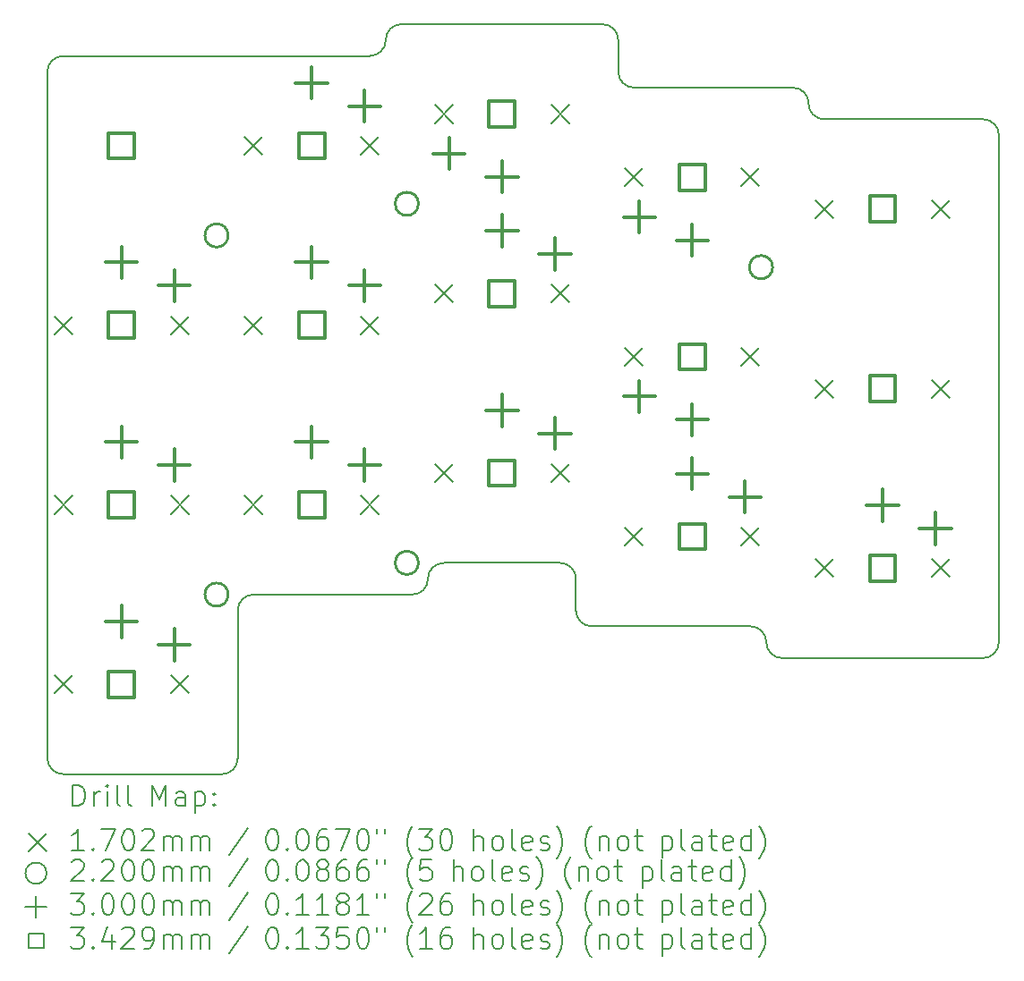
<source format=gbr>
%TF.GenerationSoftware,KiCad,Pcbnew,(7.0.0-0)*%
%TF.CreationDate,2023-06-15T16:10:09+08:00*%
%TF.ProjectId,left,6c656674-2e6b-4696-9361-645f70636258,v1.0.0*%
%TF.SameCoordinates,Original*%
%TF.FileFunction,Drillmap*%
%TF.FilePolarity,Positive*%
%FSLAX45Y45*%
G04 Gerber Fmt 4.5, Leading zero omitted, Abs format (unit mm)*
G04 Created by KiCad (PCBNEW (7.0.0-0)) date 2023-06-15 16:10:09*
%MOMM*%
%LPD*%
G01*
G04 APERTURE LIST*
%ADD10C,0.150000*%
%ADD11C,0.200000*%
%ADD12C,0.170180*%
%ADD13C,0.220000*%
%ADD14C,0.300000*%
%ADD15C,0.342900*%
G04 APERTURE END LIST*
D10*
X-551000Y-850000D02*
X951000Y-850000D01*
X1100000Y-701000D02*
X1100000Y701000D01*
X-551000Y5950000D02*
X2351000Y5950000D01*
X1249000Y850000D02*
X2751000Y850000D01*
X2900000Y999000D02*
X2900000Y1001000D01*
X3049000Y1150000D02*
X4151000Y1150000D01*
X4700000Y5799000D02*
X4700000Y6101000D01*
X4551000Y6250000D02*
X2649000Y6250000D01*
X2500000Y6101000D02*
X2500000Y6099000D01*
X4449000Y550000D02*
X5951000Y550000D01*
X4300000Y1001000D02*
X4300000Y699000D01*
X6500000Y5499000D02*
X6500000Y5501000D01*
X6351000Y5650000D02*
X4849000Y5650000D01*
X6249000Y250000D02*
X8151000Y250000D01*
X8300000Y399000D02*
X8300000Y5201000D01*
X6100000Y401000D02*
X6100000Y399000D01*
X8151000Y5350000D02*
X6649000Y5350000D01*
X-700000Y-701000D02*
X-700000Y5801000D01*
X951000Y-850000D02*
G75*
G03*
X1100000Y-701000I0J149000D01*
G01*
X1249000Y850000D02*
G75*
G03*
X1100000Y701000I0J-149000D01*
G01*
X2751000Y850000D02*
G75*
G03*
X2900000Y999000I0J149000D01*
G01*
X3049000Y1150000D02*
G75*
G03*
X2900000Y1001000I0J-149000D01*
G01*
X4300000Y1001000D02*
G75*
G03*
X4151000Y1150000I-149000J0D01*
G01*
X4300000Y699000D02*
G75*
G03*
X4449000Y550000I149000J0D01*
G01*
X6100000Y401000D02*
G75*
G03*
X5951000Y550000I-149000J0D01*
G01*
X6100000Y399000D02*
G75*
G03*
X6249000Y250000I149000J0D01*
G01*
X8151000Y250000D02*
G75*
G03*
X8300000Y399000I0J149000D01*
G01*
X8300000Y5201000D02*
G75*
G03*
X8151000Y5350000I-149000J0D01*
G01*
X6500000Y5499000D02*
G75*
G03*
X6649000Y5350000I149000J0D01*
G01*
X6500000Y5501000D02*
G75*
G03*
X6351000Y5650000I-149000J0D01*
G01*
X4700000Y5799000D02*
G75*
G03*
X4849000Y5650000I149000J0D01*
G01*
X4700000Y6101000D02*
G75*
G03*
X4551000Y6250000I-149000J0D01*
G01*
X2649000Y6250000D02*
G75*
G03*
X2500000Y6101000I0J-149000D01*
G01*
X2351000Y5950000D02*
G75*
G03*
X2500000Y6099000I0J149000D01*
G01*
X-551000Y5950000D02*
G75*
G03*
X-700000Y5801000I0J-149000D01*
G01*
X-700000Y-701000D02*
G75*
G03*
X-551000Y-850000I149000J0D01*
G01*
D11*
D12*
X-635090Y3485090D02*
X-464910Y3314910D01*
X-464910Y3485090D02*
X-635090Y3314910D01*
X-635090Y1785090D02*
X-464910Y1614910D01*
X-464910Y1785090D02*
X-635090Y1614910D01*
X-635090Y85090D02*
X-464910Y-85090D01*
X-464910Y85090D02*
X-635090Y-85090D01*
X464910Y3485090D02*
X635090Y3314910D01*
X635090Y3485090D02*
X464910Y3314910D01*
X464910Y1785090D02*
X635090Y1614910D01*
X635090Y1785090D02*
X464910Y1614910D01*
X464910Y85090D02*
X635090Y-85090D01*
X635090Y85090D02*
X464910Y-85090D01*
X1164910Y5185090D02*
X1335090Y5014910D01*
X1335090Y5185090D02*
X1164910Y5014910D01*
X1164910Y3485090D02*
X1335090Y3314910D01*
X1335090Y3485090D02*
X1164910Y3314910D01*
X1164910Y1785090D02*
X1335090Y1614910D01*
X1335090Y1785090D02*
X1164910Y1614910D01*
X2264910Y5185090D02*
X2435090Y5014910D01*
X2435090Y5185090D02*
X2264910Y5014910D01*
X2264910Y3485090D02*
X2435090Y3314910D01*
X2435090Y3485090D02*
X2264910Y3314910D01*
X2264910Y1785090D02*
X2435090Y1614910D01*
X2435090Y1785090D02*
X2264910Y1614910D01*
X2964910Y5485090D02*
X3135090Y5314910D01*
X3135090Y5485090D02*
X2964910Y5314910D01*
X2964910Y3785090D02*
X3135090Y3614910D01*
X3135090Y3785090D02*
X2964910Y3614910D01*
X2964910Y2085090D02*
X3135090Y1914910D01*
X3135090Y2085090D02*
X2964910Y1914910D01*
X4064910Y5485090D02*
X4235090Y5314910D01*
X4235090Y5485090D02*
X4064910Y5314910D01*
X4064910Y3785090D02*
X4235090Y3614910D01*
X4235090Y3785090D02*
X4064910Y3614910D01*
X4064910Y2085090D02*
X4235090Y1914910D01*
X4235090Y2085090D02*
X4064910Y1914910D01*
X4764910Y4885090D02*
X4935090Y4714910D01*
X4935090Y4885090D02*
X4764910Y4714910D01*
X4764910Y3185090D02*
X4935090Y3014910D01*
X4935090Y3185090D02*
X4764910Y3014910D01*
X4764910Y1485090D02*
X4935090Y1314910D01*
X4935090Y1485090D02*
X4764910Y1314910D01*
X5864910Y4885090D02*
X6035090Y4714910D01*
X6035090Y4885090D02*
X5864910Y4714910D01*
X5864910Y3185090D02*
X6035090Y3014910D01*
X6035090Y3185090D02*
X5864910Y3014910D01*
X5864910Y1485090D02*
X6035090Y1314910D01*
X6035090Y1485090D02*
X5864910Y1314910D01*
X6564910Y4585090D02*
X6735090Y4414910D01*
X6735090Y4585090D02*
X6564910Y4414910D01*
X6564910Y2885090D02*
X6735090Y2714910D01*
X6735090Y2885090D02*
X6564910Y2714910D01*
X6564910Y1185090D02*
X6735090Y1014910D01*
X6735090Y1185090D02*
X6564910Y1014910D01*
X7664910Y4585090D02*
X7835090Y4414910D01*
X7835090Y4585090D02*
X7664910Y4414910D01*
X7664910Y2885090D02*
X7835090Y2714910D01*
X7835090Y2885090D02*
X7664910Y2714910D01*
X7664910Y1185090D02*
X7835090Y1014910D01*
X7835090Y1185090D02*
X7664910Y1014910D01*
D13*
X1010000Y4250000D02*
G75*
G03*
X1010000Y4250000I-110000J0D01*
G01*
X1010000Y850000D02*
G75*
G03*
X1010000Y850000I-110000J0D01*
G01*
X2810000Y4550000D02*
G75*
G03*
X2810000Y4550000I-110000J0D01*
G01*
X2810000Y1150000D02*
G75*
G03*
X2810000Y1150000I-110000J0D01*
G01*
X6160000Y3950000D02*
G75*
G03*
X6160000Y3950000I-110000J0D01*
G01*
D14*
X0Y4145000D02*
X0Y3845000D01*
X-150000Y3995000D02*
X150000Y3995000D01*
X0Y2445000D02*
X0Y2145000D01*
X-150000Y2295000D02*
X150000Y2295000D01*
X0Y745000D02*
X0Y445000D01*
X-150000Y595000D02*
X150000Y595000D01*
X500000Y3925000D02*
X500000Y3625000D01*
X350000Y3775000D02*
X650000Y3775000D01*
X500000Y2225000D02*
X500000Y1925000D01*
X350000Y2075000D02*
X650000Y2075000D01*
X500000Y525000D02*
X500000Y225000D01*
X350000Y375000D02*
X650000Y375000D01*
X1800000Y5845000D02*
X1800000Y5545000D01*
X1650000Y5695000D02*
X1950000Y5695000D01*
X1800000Y4145000D02*
X1800000Y3845000D01*
X1650000Y3995000D02*
X1950000Y3995000D01*
X1800000Y2445000D02*
X1800000Y2145000D01*
X1650000Y2295000D02*
X1950000Y2295000D01*
X2300000Y5625000D02*
X2300000Y5325000D01*
X2150000Y5475000D02*
X2450000Y5475000D01*
X2300000Y3925000D02*
X2300000Y3625000D01*
X2150000Y3775000D02*
X2450000Y3775000D01*
X2300000Y2225000D02*
X2300000Y1925000D01*
X2150000Y2075000D02*
X2450000Y2075000D01*
X3100000Y5175000D02*
X3100000Y4875000D01*
X2950000Y5025000D02*
X3250000Y5025000D01*
X3600000Y4955000D02*
X3600000Y4655000D01*
X3450000Y4805000D02*
X3750000Y4805000D01*
X3600000Y4445000D02*
X3600000Y4145000D01*
X3450000Y4295000D02*
X3750000Y4295000D01*
X3600000Y2745000D02*
X3600000Y2445000D01*
X3450000Y2595000D02*
X3750000Y2595000D01*
X4100000Y4225000D02*
X4100000Y3925000D01*
X3950000Y4075000D02*
X4250000Y4075000D01*
X4100000Y2525000D02*
X4100000Y2225000D01*
X3950000Y2375000D02*
X4250000Y2375000D01*
X4900000Y4575000D02*
X4900000Y4275000D01*
X4750000Y4425000D02*
X5050000Y4425000D01*
X4900000Y2875000D02*
X4900000Y2575000D01*
X4750000Y2725000D02*
X5050000Y2725000D01*
X5400000Y4355000D02*
X5400000Y4055000D01*
X5250000Y4205000D02*
X5550000Y4205000D01*
X5400000Y2655000D02*
X5400000Y2355000D01*
X5250000Y2505000D02*
X5550000Y2505000D01*
X5400000Y2145000D02*
X5400000Y1845000D01*
X5250000Y1995000D02*
X5550000Y1995000D01*
X5900000Y1925000D02*
X5900000Y1625000D01*
X5750000Y1775000D02*
X6050000Y1775000D01*
X7200000Y1845000D02*
X7200000Y1545000D01*
X7050000Y1695000D02*
X7350000Y1695000D01*
X7700000Y1625000D02*
X7700000Y1325000D01*
X7550000Y1475000D02*
X7850000Y1475000D01*
D15*
X121235Y4978765D02*
X121235Y5221235D01*
X-121235Y5221235D01*
X-121235Y4978765D01*
X121235Y4978765D01*
X121235Y3278765D02*
X121235Y3521235D01*
X-121235Y3521235D01*
X-121235Y3278765D01*
X121235Y3278765D01*
X121235Y1578765D02*
X121235Y1821235D01*
X-121235Y1821235D01*
X-121235Y1578765D01*
X121235Y1578765D01*
X121235Y-121235D02*
X121235Y121235D01*
X-121235Y121235D01*
X-121235Y-121235D01*
X121235Y-121235D01*
X1921235Y4978765D02*
X1921235Y5221235D01*
X1678765Y5221235D01*
X1678765Y4978765D01*
X1921235Y4978765D01*
X1921235Y3278765D02*
X1921235Y3521235D01*
X1678765Y3521235D01*
X1678765Y3278765D01*
X1921235Y3278765D01*
X1921235Y1578765D02*
X1921235Y1821235D01*
X1678765Y1821235D01*
X1678765Y1578765D01*
X1921235Y1578765D01*
X3721235Y5278765D02*
X3721235Y5521235D01*
X3478765Y5521235D01*
X3478765Y5278765D01*
X3721235Y5278765D01*
X3721235Y3578765D02*
X3721235Y3821235D01*
X3478765Y3821235D01*
X3478765Y3578765D01*
X3721235Y3578765D01*
X3721235Y1878765D02*
X3721235Y2121235D01*
X3478765Y2121235D01*
X3478765Y1878765D01*
X3721235Y1878765D01*
X5521235Y4678765D02*
X5521235Y4921235D01*
X5278765Y4921235D01*
X5278765Y4678765D01*
X5521235Y4678765D01*
X5521235Y2978765D02*
X5521235Y3221235D01*
X5278765Y3221235D01*
X5278765Y2978765D01*
X5521235Y2978765D01*
X5521235Y1278765D02*
X5521235Y1521235D01*
X5278765Y1521235D01*
X5278765Y1278765D01*
X5521235Y1278765D01*
X7321235Y4378765D02*
X7321235Y4621235D01*
X7078765Y4621235D01*
X7078765Y4378765D01*
X7321235Y4378765D01*
X7321235Y2678765D02*
X7321235Y2921235D01*
X7078765Y2921235D01*
X7078765Y2678765D01*
X7321235Y2678765D01*
X7321235Y978765D02*
X7321235Y1221235D01*
X7078765Y1221235D01*
X7078765Y978765D01*
X7321235Y978765D01*
D11*
X-459881Y-1150976D02*
X-459881Y-950976D01*
X-459881Y-950976D02*
X-412262Y-950976D01*
X-412262Y-950976D02*
X-383690Y-960500D01*
X-383690Y-960500D02*
X-364643Y-979548D01*
X-364643Y-979548D02*
X-355119Y-998595D01*
X-355119Y-998595D02*
X-345595Y-1036690D01*
X-345595Y-1036690D02*
X-345595Y-1065262D01*
X-345595Y-1065262D02*
X-355119Y-1103357D01*
X-355119Y-1103357D02*
X-364643Y-1122405D01*
X-364643Y-1122405D02*
X-383690Y-1141452D01*
X-383690Y-1141452D02*
X-412262Y-1150976D01*
X-412262Y-1150976D02*
X-459881Y-1150976D01*
X-259881Y-1150976D02*
X-259881Y-1017643D01*
X-259881Y-1055738D02*
X-250357Y-1036690D01*
X-250357Y-1036690D02*
X-240833Y-1027167D01*
X-240833Y-1027167D02*
X-221786Y-1017643D01*
X-221786Y-1017643D02*
X-202738Y-1017643D01*
X-136071Y-1150976D02*
X-136071Y-1017643D01*
X-136071Y-950976D02*
X-145595Y-960500D01*
X-145595Y-960500D02*
X-136071Y-970024D01*
X-136071Y-970024D02*
X-126548Y-960500D01*
X-126548Y-960500D02*
X-136071Y-950976D01*
X-136071Y-950976D02*
X-136071Y-970024D01*
X-12262Y-1150976D02*
X-31309Y-1141452D01*
X-31309Y-1141452D02*
X-40833Y-1122405D01*
X-40833Y-1122405D02*
X-40833Y-950976D01*
X92500Y-1150976D02*
X73452Y-1141452D01*
X73452Y-1141452D02*
X63928Y-1122405D01*
X63928Y-1122405D02*
X63928Y-950976D01*
X288690Y-1150976D02*
X288690Y-950976D01*
X288690Y-950976D02*
X355357Y-1093833D01*
X355357Y-1093833D02*
X422024Y-950976D01*
X422024Y-950976D02*
X422024Y-1150976D01*
X602976Y-1150976D02*
X602976Y-1046214D01*
X602976Y-1046214D02*
X593452Y-1027167D01*
X593452Y-1027167D02*
X574405Y-1017643D01*
X574405Y-1017643D02*
X536309Y-1017643D01*
X536309Y-1017643D02*
X517262Y-1027167D01*
X602976Y-1141452D02*
X583929Y-1150976D01*
X583929Y-1150976D02*
X536309Y-1150976D01*
X536309Y-1150976D02*
X517262Y-1141452D01*
X517262Y-1141452D02*
X507738Y-1122405D01*
X507738Y-1122405D02*
X507738Y-1103357D01*
X507738Y-1103357D02*
X517262Y-1084310D01*
X517262Y-1084310D02*
X536309Y-1074786D01*
X536309Y-1074786D02*
X583929Y-1074786D01*
X583929Y-1074786D02*
X602976Y-1065262D01*
X698214Y-1017643D02*
X698214Y-1217643D01*
X698214Y-1027167D02*
X717262Y-1017643D01*
X717262Y-1017643D02*
X755357Y-1017643D01*
X755357Y-1017643D02*
X774405Y-1027167D01*
X774405Y-1027167D02*
X783928Y-1036690D01*
X783928Y-1036690D02*
X793452Y-1055738D01*
X793452Y-1055738D02*
X793452Y-1112881D01*
X793452Y-1112881D02*
X783928Y-1131929D01*
X783928Y-1131929D02*
X774405Y-1141452D01*
X774405Y-1141452D02*
X755357Y-1150976D01*
X755357Y-1150976D02*
X717262Y-1150976D01*
X717262Y-1150976D02*
X698214Y-1141452D01*
X879167Y-1131929D02*
X888690Y-1141452D01*
X888690Y-1141452D02*
X879167Y-1150976D01*
X879167Y-1150976D02*
X869643Y-1141452D01*
X869643Y-1141452D02*
X879167Y-1131929D01*
X879167Y-1131929D02*
X879167Y-1150976D01*
X879167Y-1027167D02*
X888690Y-1036690D01*
X888690Y-1036690D02*
X879167Y-1046214D01*
X879167Y-1046214D02*
X869643Y-1036690D01*
X869643Y-1036690D02*
X879167Y-1027167D01*
X879167Y-1027167D02*
X879167Y-1046214D01*
D12*
X-877680Y-1412410D02*
X-707500Y-1582590D01*
X-707500Y-1412410D02*
X-877680Y-1582590D01*
D11*
X-355119Y-1570976D02*
X-469405Y-1570976D01*
X-412262Y-1570976D02*
X-412262Y-1370976D01*
X-412262Y-1370976D02*
X-431309Y-1399548D01*
X-431309Y-1399548D02*
X-450357Y-1418595D01*
X-450357Y-1418595D02*
X-469405Y-1428119D01*
X-269405Y-1551928D02*
X-259881Y-1561452D01*
X-259881Y-1561452D02*
X-269405Y-1570976D01*
X-269405Y-1570976D02*
X-278929Y-1561452D01*
X-278929Y-1561452D02*
X-269405Y-1551928D01*
X-269405Y-1551928D02*
X-269405Y-1570976D01*
X-193214Y-1370976D02*
X-59881Y-1370976D01*
X-59881Y-1370976D02*
X-145595Y-1570976D01*
X54405Y-1370976D02*
X73452Y-1370976D01*
X73452Y-1370976D02*
X92500Y-1380500D01*
X92500Y-1380500D02*
X102024Y-1390024D01*
X102024Y-1390024D02*
X111548Y-1409071D01*
X111548Y-1409071D02*
X121071Y-1447167D01*
X121071Y-1447167D02*
X121071Y-1494786D01*
X121071Y-1494786D02*
X111548Y-1532881D01*
X111548Y-1532881D02*
X102024Y-1551928D01*
X102024Y-1551928D02*
X92500Y-1561452D01*
X92500Y-1561452D02*
X73452Y-1570976D01*
X73452Y-1570976D02*
X54405Y-1570976D01*
X54405Y-1570976D02*
X35357Y-1561452D01*
X35357Y-1561452D02*
X25833Y-1551928D01*
X25833Y-1551928D02*
X16309Y-1532881D01*
X16309Y-1532881D02*
X6786Y-1494786D01*
X6786Y-1494786D02*
X6786Y-1447167D01*
X6786Y-1447167D02*
X16309Y-1409071D01*
X16309Y-1409071D02*
X25833Y-1390024D01*
X25833Y-1390024D02*
X35357Y-1380500D01*
X35357Y-1380500D02*
X54405Y-1370976D01*
X197262Y-1390024D02*
X206786Y-1380500D01*
X206786Y-1380500D02*
X225833Y-1370976D01*
X225833Y-1370976D02*
X273452Y-1370976D01*
X273452Y-1370976D02*
X292500Y-1380500D01*
X292500Y-1380500D02*
X302024Y-1390024D01*
X302024Y-1390024D02*
X311548Y-1409071D01*
X311548Y-1409071D02*
X311548Y-1428119D01*
X311548Y-1428119D02*
X302024Y-1456690D01*
X302024Y-1456690D02*
X187738Y-1570976D01*
X187738Y-1570976D02*
X311548Y-1570976D01*
X397262Y-1570976D02*
X397262Y-1437643D01*
X397262Y-1456690D02*
X406786Y-1447167D01*
X406786Y-1447167D02*
X425833Y-1437643D01*
X425833Y-1437643D02*
X454405Y-1437643D01*
X454405Y-1437643D02*
X473452Y-1447167D01*
X473452Y-1447167D02*
X482976Y-1466214D01*
X482976Y-1466214D02*
X482976Y-1570976D01*
X482976Y-1466214D02*
X492500Y-1447167D01*
X492500Y-1447167D02*
X511548Y-1437643D01*
X511548Y-1437643D02*
X540119Y-1437643D01*
X540119Y-1437643D02*
X559167Y-1447167D01*
X559167Y-1447167D02*
X568691Y-1466214D01*
X568691Y-1466214D02*
X568691Y-1570976D01*
X663929Y-1570976D02*
X663929Y-1437643D01*
X663929Y-1456690D02*
X673452Y-1447167D01*
X673452Y-1447167D02*
X692500Y-1437643D01*
X692500Y-1437643D02*
X721071Y-1437643D01*
X721071Y-1437643D02*
X740119Y-1447167D01*
X740119Y-1447167D02*
X749643Y-1466214D01*
X749643Y-1466214D02*
X749643Y-1570976D01*
X749643Y-1466214D02*
X759167Y-1447167D01*
X759167Y-1447167D02*
X778214Y-1437643D01*
X778214Y-1437643D02*
X806786Y-1437643D01*
X806786Y-1437643D02*
X825833Y-1447167D01*
X825833Y-1447167D02*
X835357Y-1466214D01*
X835357Y-1466214D02*
X835357Y-1570976D01*
X1193452Y-1361452D02*
X1022024Y-1618595D01*
X1418214Y-1370976D02*
X1437262Y-1370976D01*
X1437262Y-1370976D02*
X1456310Y-1380500D01*
X1456310Y-1380500D02*
X1465833Y-1390024D01*
X1465833Y-1390024D02*
X1475357Y-1409071D01*
X1475357Y-1409071D02*
X1484881Y-1447167D01*
X1484881Y-1447167D02*
X1484881Y-1494786D01*
X1484881Y-1494786D02*
X1475357Y-1532881D01*
X1475357Y-1532881D02*
X1465833Y-1551928D01*
X1465833Y-1551928D02*
X1456310Y-1561452D01*
X1456310Y-1561452D02*
X1437262Y-1570976D01*
X1437262Y-1570976D02*
X1418214Y-1570976D01*
X1418214Y-1570976D02*
X1399167Y-1561452D01*
X1399167Y-1561452D02*
X1389643Y-1551928D01*
X1389643Y-1551928D02*
X1380119Y-1532881D01*
X1380119Y-1532881D02*
X1370595Y-1494786D01*
X1370595Y-1494786D02*
X1370595Y-1447167D01*
X1370595Y-1447167D02*
X1380119Y-1409071D01*
X1380119Y-1409071D02*
X1389643Y-1390024D01*
X1389643Y-1390024D02*
X1399167Y-1380500D01*
X1399167Y-1380500D02*
X1418214Y-1370976D01*
X1570595Y-1551928D02*
X1580119Y-1561452D01*
X1580119Y-1561452D02*
X1570595Y-1570976D01*
X1570595Y-1570976D02*
X1561071Y-1561452D01*
X1561071Y-1561452D02*
X1570595Y-1551928D01*
X1570595Y-1551928D02*
X1570595Y-1570976D01*
X1703929Y-1370976D02*
X1722976Y-1370976D01*
X1722976Y-1370976D02*
X1742024Y-1380500D01*
X1742024Y-1380500D02*
X1751548Y-1390024D01*
X1751548Y-1390024D02*
X1761071Y-1409071D01*
X1761071Y-1409071D02*
X1770595Y-1447167D01*
X1770595Y-1447167D02*
X1770595Y-1494786D01*
X1770595Y-1494786D02*
X1761071Y-1532881D01*
X1761071Y-1532881D02*
X1751548Y-1551928D01*
X1751548Y-1551928D02*
X1742024Y-1561452D01*
X1742024Y-1561452D02*
X1722976Y-1570976D01*
X1722976Y-1570976D02*
X1703929Y-1570976D01*
X1703929Y-1570976D02*
X1684881Y-1561452D01*
X1684881Y-1561452D02*
X1675357Y-1551928D01*
X1675357Y-1551928D02*
X1665833Y-1532881D01*
X1665833Y-1532881D02*
X1656310Y-1494786D01*
X1656310Y-1494786D02*
X1656310Y-1447167D01*
X1656310Y-1447167D02*
X1665833Y-1409071D01*
X1665833Y-1409071D02*
X1675357Y-1390024D01*
X1675357Y-1390024D02*
X1684881Y-1380500D01*
X1684881Y-1380500D02*
X1703929Y-1370976D01*
X1942024Y-1370976D02*
X1903929Y-1370976D01*
X1903929Y-1370976D02*
X1884881Y-1380500D01*
X1884881Y-1380500D02*
X1875357Y-1390024D01*
X1875357Y-1390024D02*
X1856310Y-1418595D01*
X1856310Y-1418595D02*
X1846786Y-1456690D01*
X1846786Y-1456690D02*
X1846786Y-1532881D01*
X1846786Y-1532881D02*
X1856310Y-1551928D01*
X1856310Y-1551928D02*
X1865833Y-1561452D01*
X1865833Y-1561452D02*
X1884881Y-1570976D01*
X1884881Y-1570976D02*
X1922976Y-1570976D01*
X1922976Y-1570976D02*
X1942024Y-1561452D01*
X1942024Y-1561452D02*
X1951548Y-1551928D01*
X1951548Y-1551928D02*
X1961071Y-1532881D01*
X1961071Y-1532881D02*
X1961071Y-1485262D01*
X1961071Y-1485262D02*
X1951548Y-1466214D01*
X1951548Y-1466214D02*
X1942024Y-1456690D01*
X1942024Y-1456690D02*
X1922976Y-1447167D01*
X1922976Y-1447167D02*
X1884881Y-1447167D01*
X1884881Y-1447167D02*
X1865833Y-1456690D01*
X1865833Y-1456690D02*
X1856310Y-1466214D01*
X1856310Y-1466214D02*
X1846786Y-1485262D01*
X2027738Y-1370976D02*
X2161072Y-1370976D01*
X2161072Y-1370976D02*
X2075357Y-1570976D01*
X2275357Y-1370976D02*
X2294405Y-1370976D01*
X2294405Y-1370976D02*
X2313453Y-1380500D01*
X2313453Y-1380500D02*
X2322976Y-1390024D01*
X2322976Y-1390024D02*
X2332500Y-1409071D01*
X2332500Y-1409071D02*
X2342024Y-1447167D01*
X2342024Y-1447167D02*
X2342024Y-1494786D01*
X2342024Y-1494786D02*
X2332500Y-1532881D01*
X2332500Y-1532881D02*
X2322976Y-1551928D01*
X2322976Y-1551928D02*
X2313453Y-1561452D01*
X2313453Y-1561452D02*
X2294405Y-1570976D01*
X2294405Y-1570976D02*
X2275357Y-1570976D01*
X2275357Y-1570976D02*
X2256310Y-1561452D01*
X2256310Y-1561452D02*
X2246786Y-1551928D01*
X2246786Y-1551928D02*
X2237262Y-1532881D01*
X2237262Y-1532881D02*
X2227738Y-1494786D01*
X2227738Y-1494786D02*
X2227738Y-1447167D01*
X2227738Y-1447167D02*
X2237262Y-1409071D01*
X2237262Y-1409071D02*
X2246786Y-1390024D01*
X2246786Y-1390024D02*
X2256310Y-1380500D01*
X2256310Y-1380500D02*
X2275357Y-1370976D01*
X2418214Y-1370976D02*
X2418214Y-1409071D01*
X2494405Y-1370976D02*
X2494405Y-1409071D01*
X2757262Y-1647167D02*
X2747738Y-1637643D01*
X2747738Y-1637643D02*
X2728691Y-1609071D01*
X2728691Y-1609071D02*
X2719167Y-1590024D01*
X2719167Y-1590024D02*
X2709643Y-1561452D01*
X2709643Y-1561452D02*
X2700119Y-1513833D01*
X2700119Y-1513833D02*
X2700119Y-1475738D01*
X2700119Y-1475738D02*
X2709643Y-1428119D01*
X2709643Y-1428119D02*
X2719167Y-1399548D01*
X2719167Y-1399548D02*
X2728691Y-1380500D01*
X2728691Y-1380500D02*
X2747738Y-1351929D01*
X2747738Y-1351929D02*
X2757262Y-1342405D01*
X2814405Y-1370976D02*
X2938214Y-1370976D01*
X2938214Y-1370976D02*
X2871548Y-1447167D01*
X2871548Y-1447167D02*
X2900119Y-1447167D01*
X2900119Y-1447167D02*
X2919167Y-1456690D01*
X2919167Y-1456690D02*
X2928691Y-1466214D01*
X2928691Y-1466214D02*
X2938214Y-1485262D01*
X2938214Y-1485262D02*
X2938214Y-1532881D01*
X2938214Y-1532881D02*
X2928691Y-1551928D01*
X2928691Y-1551928D02*
X2919167Y-1561452D01*
X2919167Y-1561452D02*
X2900119Y-1570976D01*
X2900119Y-1570976D02*
X2842976Y-1570976D01*
X2842976Y-1570976D02*
X2823929Y-1561452D01*
X2823929Y-1561452D02*
X2814405Y-1551928D01*
X3062024Y-1370976D02*
X3081072Y-1370976D01*
X3081072Y-1370976D02*
X3100119Y-1380500D01*
X3100119Y-1380500D02*
X3109643Y-1390024D01*
X3109643Y-1390024D02*
X3119167Y-1409071D01*
X3119167Y-1409071D02*
X3128691Y-1447167D01*
X3128691Y-1447167D02*
X3128691Y-1494786D01*
X3128691Y-1494786D02*
X3119167Y-1532881D01*
X3119167Y-1532881D02*
X3109643Y-1551928D01*
X3109643Y-1551928D02*
X3100119Y-1561452D01*
X3100119Y-1561452D02*
X3081072Y-1570976D01*
X3081072Y-1570976D02*
X3062024Y-1570976D01*
X3062024Y-1570976D02*
X3042976Y-1561452D01*
X3042976Y-1561452D02*
X3033452Y-1551928D01*
X3033452Y-1551928D02*
X3023929Y-1532881D01*
X3023929Y-1532881D02*
X3014405Y-1494786D01*
X3014405Y-1494786D02*
X3014405Y-1447167D01*
X3014405Y-1447167D02*
X3023929Y-1409071D01*
X3023929Y-1409071D02*
X3033452Y-1390024D01*
X3033452Y-1390024D02*
X3042976Y-1380500D01*
X3042976Y-1380500D02*
X3062024Y-1370976D01*
X3334405Y-1570976D02*
X3334405Y-1370976D01*
X3420119Y-1570976D02*
X3420119Y-1466214D01*
X3420119Y-1466214D02*
X3410595Y-1447167D01*
X3410595Y-1447167D02*
X3391548Y-1437643D01*
X3391548Y-1437643D02*
X3362976Y-1437643D01*
X3362976Y-1437643D02*
X3343929Y-1447167D01*
X3343929Y-1447167D02*
X3334405Y-1456690D01*
X3543929Y-1570976D02*
X3524881Y-1561452D01*
X3524881Y-1561452D02*
X3515357Y-1551928D01*
X3515357Y-1551928D02*
X3505833Y-1532881D01*
X3505833Y-1532881D02*
X3505833Y-1475738D01*
X3505833Y-1475738D02*
X3515357Y-1456690D01*
X3515357Y-1456690D02*
X3524881Y-1447167D01*
X3524881Y-1447167D02*
X3543929Y-1437643D01*
X3543929Y-1437643D02*
X3572500Y-1437643D01*
X3572500Y-1437643D02*
X3591548Y-1447167D01*
X3591548Y-1447167D02*
X3601072Y-1456690D01*
X3601072Y-1456690D02*
X3610595Y-1475738D01*
X3610595Y-1475738D02*
X3610595Y-1532881D01*
X3610595Y-1532881D02*
X3601072Y-1551928D01*
X3601072Y-1551928D02*
X3591548Y-1561452D01*
X3591548Y-1561452D02*
X3572500Y-1570976D01*
X3572500Y-1570976D02*
X3543929Y-1570976D01*
X3724881Y-1570976D02*
X3705833Y-1561452D01*
X3705833Y-1561452D02*
X3696310Y-1542405D01*
X3696310Y-1542405D02*
X3696310Y-1370976D01*
X3877262Y-1561452D02*
X3858214Y-1570976D01*
X3858214Y-1570976D02*
X3820119Y-1570976D01*
X3820119Y-1570976D02*
X3801072Y-1561452D01*
X3801072Y-1561452D02*
X3791548Y-1542405D01*
X3791548Y-1542405D02*
X3791548Y-1466214D01*
X3791548Y-1466214D02*
X3801072Y-1447167D01*
X3801072Y-1447167D02*
X3820119Y-1437643D01*
X3820119Y-1437643D02*
X3858214Y-1437643D01*
X3858214Y-1437643D02*
X3877262Y-1447167D01*
X3877262Y-1447167D02*
X3886786Y-1466214D01*
X3886786Y-1466214D02*
X3886786Y-1485262D01*
X3886786Y-1485262D02*
X3791548Y-1504309D01*
X3962976Y-1561452D02*
X3982024Y-1570976D01*
X3982024Y-1570976D02*
X4020119Y-1570976D01*
X4020119Y-1570976D02*
X4039167Y-1561452D01*
X4039167Y-1561452D02*
X4048691Y-1542405D01*
X4048691Y-1542405D02*
X4048691Y-1532881D01*
X4048691Y-1532881D02*
X4039167Y-1513833D01*
X4039167Y-1513833D02*
X4020119Y-1504309D01*
X4020119Y-1504309D02*
X3991548Y-1504309D01*
X3991548Y-1504309D02*
X3972500Y-1494786D01*
X3972500Y-1494786D02*
X3962976Y-1475738D01*
X3962976Y-1475738D02*
X3962976Y-1466214D01*
X3962976Y-1466214D02*
X3972500Y-1447167D01*
X3972500Y-1447167D02*
X3991548Y-1437643D01*
X3991548Y-1437643D02*
X4020119Y-1437643D01*
X4020119Y-1437643D02*
X4039167Y-1447167D01*
X4115357Y-1647167D02*
X4124881Y-1637643D01*
X4124881Y-1637643D02*
X4143929Y-1609071D01*
X4143929Y-1609071D02*
X4153453Y-1590024D01*
X4153453Y-1590024D02*
X4162976Y-1561452D01*
X4162976Y-1561452D02*
X4172500Y-1513833D01*
X4172500Y-1513833D02*
X4172500Y-1475738D01*
X4172500Y-1475738D02*
X4162976Y-1428119D01*
X4162976Y-1428119D02*
X4153453Y-1399548D01*
X4153453Y-1399548D02*
X4143929Y-1380500D01*
X4143929Y-1380500D02*
X4124881Y-1351929D01*
X4124881Y-1351929D02*
X4115357Y-1342405D01*
X4444881Y-1647167D02*
X4435357Y-1637643D01*
X4435357Y-1637643D02*
X4416310Y-1609071D01*
X4416310Y-1609071D02*
X4406786Y-1590024D01*
X4406786Y-1590024D02*
X4397262Y-1561452D01*
X4397262Y-1561452D02*
X4387738Y-1513833D01*
X4387738Y-1513833D02*
X4387738Y-1475738D01*
X4387738Y-1475738D02*
X4397262Y-1428119D01*
X4397262Y-1428119D02*
X4406786Y-1399548D01*
X4406786Y-1399548D02*
X4416310Y-1380500D01*
X4416310Y-1380500D02*
X4435357Y-1351929D01*
X4435357Y-1351929D02*
X4444881Y-1342405D01*
X4521072Y-1437643D02*
X4521072Y-1570976D01*
X4521072Y-1456690D02*
X4530595Y-1447167D01*
X4530595Y-1447167D02*
X4549643Y-1437643D01*
X4549643Y-1437643D02*
X4578215Y-1437643D01*
X4578215Y-1437643D02*
X4597262Y-1447167D01*
X4597262Y-1447167D02*
X4606786Y-1466214D01*
X4606786Y-1466214D02*
X4606786Y-1570976D01*
X4730595Y-1570976D02*
X4711548Y-1561452D01*
X4711548Y-1561452D02*
X4702024Y-1551928D01*
X4702024Y-1551928D02*
X4692500Y-1532881D01*
X4692500Y-1532881D02*
X4692500Y-1475738D01*
X4692500Y-1475738D02*
X4702024Y-1456690D01*
X4702024Y-1456690D02*
X4711548Y-1447167D01*
X4711548Y-1447167D02*
X4730595Y-1437643D01*
X4730595Y-1437643D02*
X4759167Y-1437643D01*
X4759167Y-1437643D02*
X4778215Y-1447167D01*
X4778215Y-1447167D02*
X4787738Y-1456690D01*
X4787738Y-1456690D02*
X4797262Y-1475738D01*
X4797262Y-1475738D02*
X4797262Y-1532881D01*
X4797262Y-1532881D02*
X4787738Y-1551928D01*
X4787738Y-1551928D02*
X4778215Y-1561452D01*
X4778215Y-1561452D02*
X4759167Y-1570976D01*
X4759167Y-1570976D02*
X4730595Y-1570976D01*
X4854405Y-1437643D02*
X4930595Y-1437643D01*
X4882976Y-1370976D02*
X4882976Y-1542405D01*
X4882976Y-1542405D02*
X4892500Y-1561452D01*
X4892500Y-1561452D02*
X4911548Y-1570976D01*
X4911548Y-1570976D02*
X4930595Y-1570976D01*
X5117262Y-1437643D02*
X5117262Y-1637643D01*
X5117262Y-1447167D02*
X5136310Y-1437643D01*
X5136310Y-1437643D02*
X5174405Y-1437643D01*
X5174405Y-1437643D02*
X5193453Y-1447167D01*
X5193453Y-1447167D02*
X5202976Y-1456690D01*
X5202976Y-1456690D02*
X5212500Y-1475738D01*
X5212500Y-1475738D02*
X5212500Y-1532881D01*
X5212500Y-1532881D02*
X5202976Y-1551928D01*
X5202976Y-1551928D02*
X5193453Y-1561452D01*
X5193453Y-1561452D02*
X5174405Y-1570976D01*
X5174405Y-1570976D02*
X5136310Y-1570976D01*
X5136310Y-1570976D02*
X5117262Y-1561452D01*
X5326786Y-1570976D02*
X5307738Y-1561452D01*
X5307738Y-1561452D02*
X5298215Y-1542405D01*
X5298215Y-1542405D02*
X5298215Y-1370976D01*
X5488691Y-1570976D02*
X5488691Y-1466214D01*
X5488691Y-1466214D02*
X5479167Y-1447167D01*
X5479167Y-1447167D02*
X5460119Y-1437643D01*
X5460119Y-1437643D02*
X5422024Y-1437643D01*
X5422024Y-1437643D02*
X5402976Y-1447167D01*
X5488691Y-1561452D02*
X5469643Y-1570976D01*
X5469643Y-1570976D02*
X5422024Y-1570976D01*
X5422024Y-1570976D02*
X5402976Y-1561452D01*
X5402976Y-1561452D02*
X5393453Y-1542405D01*
X5393453Y-1542405D02*
X5393453Y-1523357D01*
X5393453Y-1523357D02*
X5402976Y-1504309D01*
X5402976Y-1504309D02*
X5422024Y-1494786D01*
X5422024Y-1494786D02*
X5469643Y-1494786D01*
X5469643Y-1494786D02*
X5488691Y-1485262D01*
X5555357Y-1437643D02*
X5631548Y-1437643D01*
X5583929Y-1370976D02*
X5583929Y-1542405D01*
X5583929Y-1542405D02*
X5593453Y-1561452D01*
X5593453Y-1561452D02*
X5612500Y-1570976D01*
X5612500Y-1570976D02*
X5631548Y-1570976D01*
X5774405Y-1561452D02*
X5755357Y-1570976D01*
X5755357Y-1570976D02*
X5717262Y-1570976D01*
X5717262Y-1570976D02*
X5698214Y-1561452D01*
X5698214Y-1561452D02*
X5688691Y-1542405D01*
X5688691Y-1542405D02*
X5688691Y-1466214D01*
X5688691Y-1466214D02*
X5698214Y-1447167D01*
X5698214Y-1447167D02*
X5717262Y-1437643D01*
X5717262Y-1437643D02*
X5755357Y-1437643D01*
X5755357Y-1437643D02*
X5774405Y-1447167D01*
X5774405Y-1447167D02*
X5783929Y-1466214D01*
X5783929Y-1466214D02*
X5783929Y-1485262D01*
X5783929Y-1485262D02*
X5688691Y-1504309D01*
X5955357Y-1570976D02*
X5955357Y-1370976D01*
X5955357Y-1561452D02*
X5936310Y-1570976D01*
X5936310Y-1570976D02*
X5898214Y-1570976D01*
X5898214Y-1570976D02*
X5879167Y-1561452D01*
X5879167Y-1561452D02*
X5869643Y-1551928D01*
X5869643Y-1551928D02*
X5860119Y-1532881D01*
X5860119Y-1532881D02*
X5860119Y-1475738D01*
X5860119Y-1475738D02*
X5869643Y-1456690D01*
X5869643Y-1456690D02*
X5879167Y-1447167D01*
X5879167Y-1447167D02*
X5898214Y-1437643D01*
X5898214Y-1437643D02*
X5936310Y-1437643D01*
X5936310Y-1437643D02*
X5955357Y-1447167D01*
X6031548Y-1647167D02*
X6041072Y-1637643D01*
X6041072Y-1637643D02*
X6060119Y-1609071D01*
X6060119Y-1609071D02*
X6069643Y-1590024D01*
X6069643Y-1590024D02*
X6079167Y-1561452D01*
X6079167Y-1561452D02*
X6088691Y-1513833D01*
X6088691Y-1513833D02*
X6088691Y-1475738D01*
X6088691Y-1475738D02*
X6079167Y-1428119D01*
X6079167Y-1428119D02*
X6069643Y-1399548D01*
X6069643Y-1399548D02*
X6060119Y-1380500D01*
X6060119Y-1380500D02*
X6041072Y-1351929D01*
X6041072Y-1351929D02*
X6031548Y-1342405D01*
X-707500Y-1787680D02*
G75*
G03*
X-707500Y-1787680I-100000J0D01*
G01*
X-469405Y-1680204D02*
X-459881Y-1670680D01*
X-459881Y-1670680D02*
X-440833Y-1661156D01*
X-440833Y-1661156D02*
X-393214Y-1661156D01*
X-393214Y-1661156D02*
X-374167Y-1670680D01*
X-374167Y-1670680D02*
X-364643Y-1680204D01*
X-364643Y-1680204D02*
X-355119Y-1699251D01*
X-355119Y-1699251D02*
X-355119Y-1718299D01*
X-355119Y-1718299D02*
X-364643Y-1746870D01*
X-364643Y-1746870D02*
X-478928Y-1861156D01*
X-478928Y-1861156D02*
X-355119Y-1861156D01*
X-269405Y-1842108D02*
X-259881Y-1851632D01*
X-259881Y-1851632D02*
X-269405Y-1861156D01*
X-269405Y-1861156D02*
X-278929Y-1851632D01*
X-278929Y-1851632D02*
X-269405Y-1842108D01*
X-269405Y-1842108D02*
X-269405Y-1861156D01*
X-183690Y-1680204D02*
X-174167Y-1670680D01*
X-174167Y-1670680D02*
X-155119Y-1661156D01*
X-155119Y-1661156D02*
X-107500Y-1661156D01*
X-107500Y-1661156D02*
X-88452Y-1670680D01*
X-88452Y-1670680D02*
X-78929Y-1680204D01*
X-78929Y-1680204D02*
X-69405Y-1699251D01*
X-69405Y-1699251D02*
X-69405Y-1718299D01*
X-69405Y-1718299D02*
X-78929Y-1746870D01*
X-78929Y-1746870D02*
X-193214Y-1861156D01*
X-193214Y-1861156D02*
X-69405Y-1861156D01*
X54405Y-1661156D02*
X73452Y-1661156D01*
X73452Y-1661156D02*
X92500Y-1670680D01*
X92500Y-1670680D02*
X102024Y-1680204D01*
X102024Y-1680204D02*
X111548Y-1699251D01*
X111548Y-1699251D02*
X121071Y-1737347D01*
X121071Y-1737347D02*
X121071Y-1784966D01*
X121071Y-1784966D02*
X111548Y-1823061D01*
X111548Y-1823061D02*
X102024Y-1842108D01*
X102024Y-1842108D02*
X92500Y-1851632D01*
X92500Y-1851632D02*
X73452Y-1861156D01*
X73452Y-1861156D02*
X54405Y-1861156D01*
X54405Y-1861156D02*
X35357Y-1851632D01*
X35357Y-1851632D02*
X25833Y-1842108D01*
X25833Y-1842108D02*
X16309Y-1823061D01*
X16309Y-1823061D02*
X6786Y-1784966D01*
X6786Y-1784966D02*
X6786Y-1737347D01*
X6786Y-1737347D02*
X16309Y-1699251D01*
X16309Y-1699251D02*
X25833Y-1680204D01*
X25833Y-1680204D02*
X35357Y-1670680D01*
X35357Y-1670680D02*
X54405Y-1661156D01*
X244881Y-1661156D02*
X263929Y-1661156D01*
X263929Y-1661156D02*
X282976Y-1670680D01*
X282976Y-1670680D02*
X292500Y-1680204D01*
X292500Y-1680204D02*
X302024Y-1699251D01*
X302024Y-1699251D02*
X311548Y-1737347D01*
X311548Y-1737347D02*
X311548Y-1784966D01*
X311548Y-1784966D02*
X302024Y-1823061D01*
X302024Y-1823061D02*
X292500Y-1842108D01*
X292500Y-1842108D02*
X282976Y-1851632D01*
X282976Y-1851632D02*
X263929Y-1861156D01*
X263929Y-1861156D02*
X244881Y-1861156D01*
X244881Y-1861156D02*
X225833Y-1851632D01*
X225833Y-1851632D02*
X216309Y-1842108D01*
X216309Y-1842108D02*
X206786Y-1823061D01*
X206786Y-1823061D02*
X197262Y-1784966D01*
X197262Y-1784966D02*
X197262Y-1737347D01*
X197262Y-1737347D02*
X206786Y-1699251D01*
X206786Y-1699251D02*
X216309Y-1680204D01*
X216309Y-1680204D02*
X225833Y-1670680D01*
X225833Y-1670680D02*
X244881Y-1661156D01*
X397262Y-1861156D02*
X397262Y-1727823D01*
X397262Y-1746870D02*
X406786Y-1737347D01*
X406786Y-1737347D02*
X425833Y-1727823D01*
X425833Y-1727823D02*
X454405Y-1727823D01*
X454405Y-1727823D02*
X473452Y-1737347D01*
X473452Y-1737347D02*
X482976Y-1756394D01*
X482976Y-1756394D02*
X482976Y-1861156D01*
X482976Y-1756394D02*
X492500Y-1737347D01*
X492500Y-1737347D02*
X511548Y-1727823D01*
X511548Y-1727823D02*
X540119Y-1727823D01*
X540119Y-1727823D02*
X559167Y-1737347D01*
X559167Y-1737347D02*
X568691Y-1756394D01*
X568691Y-1756394D02*
X568691Y-1861156D01*
X663929Y-1861156D02*
X663929Y-1727823D01*
X663929Y-1746870D02*
X673452Y-1737347D01*
X673452Y-1737347D02*
X692500Y-1727823D01*
X692500Y-1727823D02*
X721071Y-1727823D01*
X721071Y-1727823D02*
X740119Y-1737347D01*
X740119Y-1737347D02*
X749643Y-1756394D01*
X749643Y-1756394D02*
X749643Y-1861156D01*
X749643Y-1756394D02*
X759167Y-1737347D01*
X759167Y-1737347D02*
X778214Y-1727823D01*
X778214Y-1727823D02*
X806786Y-1727823D01*
X806786Y-1727823D02*
X825833Y-1737347D01*
X825833Y-1737347D02*
X835357Y-1756394D01*
X835357Y-1756394D02*
X835357Y-1861156D01*
X1193452Y-1651632D02*
X1022024Y-1908775D01*
X1418214Y-1661156D02*
X1437262Y-1661156D01*
X1437262Y-1661156D02*
X1456310Y-1670680D01*
X1456310Y-1670680D02*
X1465833Y-1680204D01*
X1465833Y-1680204D02*
X1475357Y-1699251D01*
X1475357Y-1699251D02*
X1484881Y-1737347D01*
X1484881Y-1737347D02*
X1484881Y-1784966D01*
X1484881Y-1784966D02*
X1475357Y-1823061D01*
X1475357Y-1823061D02*
X1465833Y-1842108D01*
X1465833Y-1842108D02*
X1456310Y-1851632D01*
X1456310Y-1851632D02*
X1437262Y-1861156D01*
X1437262Y-1861156D02*
X1418214Y-1861156D01*
X1418214Y-1861156D02*
X1399167Y-1851632D01*
X1399167Y-1851632D02*
X1389643Y-1842108D01*
X1389643Y-1842108D02*
X1380119Y-1823061D01*
X1380119Y-1823061D02*
X1370595Y-1784966D01*
X1370595Y-1784966D02*
X1370595Y-1737347D01*
X1370595Y-1737347D02*
X1380119Y-1699251D01*
X1380119Y-1699251D02*
X1389643Y-1680204D01*
X1389643Y-1680204D02*
X1399167Y-1670680D01*
X1399167Y-1670680D02*
X1418214Y-1661156D01*
X1570595Y-1842108D02*
X1580119Y-1851632D01*
X1580119Y-1851632D02*
X1570595Y-1861156D01*
X1570595Y-1861156D02*
X1561071Y-1851632D01*
X1561071Y-1851632D02*
X1570595Y-1842108D01*
X1570595Y-1842108D02*
X1570595Y-1861156D01*
X1703929Y-1661156D02*
X1722976Y-1661156D01*
X1722976Y-1661156D02*
X1742024Y-1670680D01*
X1742024Y-1670680D02*
X1751548Y-1680204D01*
X1751548Y-1680204D02*
X1761071Y-1699251D01*
X1761071Y-1699251D02*
X1770595Y-1737347D01*
X1770595Y-1737347D02*
X1770595Y-1784966D01*
X1770595Y-1784966D02*
X1761071Y-1823061D01*
X1761071Y-1823061D02*
X1751548Y-1842108D01*
X1751548Y-1842108D02*
X1742024Y-1851632D01*
X1742024Y-1851632D02*
X1722976Y-1861156D01*
X1722976Y-1861156D02*
X1703929Y-1861156D01*
X1703929Y-1861156D02*
X1684881Y-1851632D01*
X1684881Y-1851632D02*
X1675357Y-1842108D01*
X1675357Y-1842108D02*
X1665833Y-1823061D01*
X1665833Y-1823061D02*
X1656310Y-1784966D01*
X1656310Y-1784966D02*
X1656310Y-1737347D01*
X1656310Y-1737347D02*
X1665833Y-1699251D01*
X1665833Y-1699251D02*
X1675357Y-1680204D01*
X1675357Y-1680204D02*
X1684881Y-1670680D01*
X1684881Y-1670680D02*
X1703929Y-1661156D01*
X1884881Y-1746870D02*
X1865833Y-1737347D01*
X1865833Y-1737347D02*
X1856310Y-1727823D01*
X1856310Y-1727823D02*
X1846786Y-1708775D01*
X1846786Y-1708775D02*
X1846786Y-1699251D01*
X1846786Y-1699251D02*
X1856310Y-1680204D01*
X1856310Y-1680204D02*
X1865833Y-1670680D01*
X1865833Y-1670680D02*
X1884881Y-1661156D01*
X1884881Y-1661156D02*
X1922976Y-1661156D01*
X1922976Y-1661156D02*
X1942024Y-1670680D01*
X1942024Y-1670680D02*
X1951548Y-1680204D01*
X1951548Y-1680204D02*
X1961071Y-1699251D01*
X1961071Y-1699251D02*
X1961071Y-1708775D01*
X1961071Y-1708775D02*
X1951548Y-1727823D01*
X1951548Y-1727823D02*
X1942024Y-1737347D01*
X1942024Y-1737347D02*
X1922976Y-1746870D01*
X1922976Y-1746870D02*
X1884881Y-1746870D01*
X1884881Y-1746870D02*
X1865833Y-1756394D01*
X1865833Y-1756394D02*
X1856310Y-1765918D01*
X1856310Y-1765918D02*
X1846786Y-1784966D01*
X1846786Y-1784966D02*
X1846786Y-1823061D01*
X1846786Y-1823061D02*
X1856310Y-1842108D01*
X1856310Y-1842108D02*
X1865833Y-1851632D01*
X1865833Y-1851632D02*
X1884881Y-1861156D01*
X1884881Y-1861156D02*
X1922976Y-1861156D01*
X1922976Y-1861156D02*
X1942024Y-1851632D01*
X1942024Y-1851632D02*
X1951548Y-1842108D01*
X1951548Y-1842108D02*
X1961071Y-1823061D01*
X1961071Y-1823061D02*
X1961071Y-1784966D01*
X1961071Y-1784966D02*
X1951548Y-1765918D01*
X1951548Y-1765918D02*
X1942024Y-1756394D01*
X1942024Y-1756394D02*
X1922976Y-1746870D01*
X2132500Y-1661156D02*
X2094405Y-1661156D01*
X2094405Y-1661156D02*
X2075357Y-1670680D01*
X2075357Y-1670680D02*
X2065833Y-1680204D01*
X2065833Y-1680204D02*
X2046786Y-1708775D01*
X2046786Y-1708775D02*
X2037262Y-1746870D01*
X2037262Y-1746870D02*
X2037262Y-1823061D01*
X2037262Y-1823061D02*
X2046786Y-1842108D01*
X2046786Y-1842108D02*
X2056310Y-1851632D01*
X2056310Y-1851632D02*
X2075357Y-1861156D01*
X2075357Y-1861156D02*
X2113453Y-1861156D01*
X2113453Y-1861156D02*
X2132500Y-1851632D01*
X2132500Y-1851632D02*
X2142024Y-1842108D01*
X2142024Y-1842108D02*
X2151548Y-1823061D01*
X2151548Y-1823061D02*
X2151548Y-1775442D01*
X2151548Y-1775442D02*
X2142024Y-1756394D01*
X2142024Y-1756394D02*
X2132500Y-1746870D01*
X2132500Y-1746870D02*
X2113453Y-1737347D01*
X2113453Y-1737347D02*
X2075357Y-1737347D01*
X2075357Y-1737347D02*
X2056310Y-1746870D01*
X2056310Y-1746870D02*
X2046786Y-1756394D01*
X2046786Y-1756394D02*
X2037262Y-1775442D01*
X2322976Y-1661156D02*
X2284881Y-1661156D01*
X2284881Y-1661156D02*
X2265833Y-1670680D01*
X2265833Y-1670680D02*
X2256310Y-1680204D01*
X2256310Y-1680204D02*
X2237262Y-1708775D01*
X2237262Y-1708775D02*
X2227738Y-1746870D01*
X2227738Y-1746870D02*
X2227738Y-1823061D01*
X2227738Y-1823061D02*
X2237262Y-1842108D01*
X2237262Y-1842108D02*
X2246786Y-1851632D01*
X2246786Y-1851632D02*
X2265833Y-1861156D01*
X2265833Y-1861156D02*
X2303929Y-1861156D01*
X2303929Y-1861156D02*
X2322976Y-1851632D01*
X2322976Y-1851632D02*
X2332500Y-1842108D01*
X2332500Y-1842108D02*
X2342024Y-1823061D01*
X2342024Y-1823061D02*
X2342024Y-1775442D01*
X2342024Y-1775442D02*
X2332500Y-1756394D01*
X2332500Y-1756394D02*
X2322976Y-1746870D01*
X2322976Y-1746870D02*
X2303929Y-1737347D01*
X2303929Y-1737347D02*
X2265833Y-1737347D01*
X2265833Y-1737347D02*
X2246786Y-1746870D01*
X2246786Y-1746870D02*
X2237262Y-1756394D01*
X2237262Y-1756394D02*
X2227738Y-1775442D01*
X2418214Y-1661156D02*
X2418214Y-1699251D01*
X2494405Y-1661156D02*
X2494405Y-1699251D01*
X2757262Y-1937347D02*
X2747738Y-1927823D01*
X2747738Y-1927823D02*
X2728691Y-1899251D01*
X2728691Y-1899251D02*
X2719167Y-1880204D01*
X2719167Y-1880204D02*
X2709643Y-1851632D01*
X2709643Y-1851632D02*
X2700119Y-1804013D01*
X2700119Y-1804013D02*
X2700119Y-1765918D01*
X2700119Y-1765918D02*
X2709643Y-1718299D01*
X2709643Y-1718299D02*
X2719167Y-1689728D01*
X2719167Y-1689728D02*
X2728691Y-1670680D01*
X2728691Y-1670680D02*
X2747738Y-1642108D01*
X2747738Y-1642108D02*
X2757262Y-1632585D01*
X2928691Y-1661156D02*
X2833452Y-1661156D01*
X2833452Y-1661156D02*
X2823929Y-1756394D01*
X2823929Y-1756394D02*
X2833452Y-1746870D01*
X2833452Y-1746870D02*
X2852500Y-1737347D01*
X2852500Y-1737347D02*
X2900119Y-1737347D01*
X2900119Y-1737347D02*
X2919167Y-1746870D01*
X2919167Y-1746870D02*
X2928691Y-1756394D01*
X2928691Y-1756394D02*
X2938214Y-1775442D01*
X2938214Y-1775442D02*
X2938214Y-1823061D01*
X2938214Y-1823061D02*
X2928691Y-1842108D01*
X2928691Y-1842108D02*
X2919167Y-1851632D01*
X2919167Y-1851632D02*
X2900119Y-1861156D01*
X2900119Y-1861156D02*
X2852500Y-1861156D01*
X2852500Y-1861156D02*
X2833452Y-1851632D01*
X2833452Y-1851632D02*
X2823929Y-1842108D01*
X3143929Y-1861156D02*
X3143929Y-1661156D01*
X3229643Y-1861156D02*
X3229643Y-1756394D01*
X3229643Y-1756394D02*
X3220119Y-1737347D01*
X3220119Y-1737347D02*
X3201072Y-1727823D01*
X3201072Y-1727823D02*
X3172500Y-1727823D01*
X3172500Y-1727823D02*
X3153452Y-1737347D01*
X3153452Y-1737347D02*
X3143929Y-1746870D01*
X3353452Y-1861156D02*
X3334405Y-1851632D01*
X3334405Y-1851632D02*
X3324881Y-1842108D01*
X3324881Y-1842108D02*
X3315357Y-1823061D01*
X3315357Y-1823061D02*
X3315357Y-1765918D01*
X3315357Y-1765918D02*
X3324881Y-1746870D01*
X3324881Y-1746870D02*
X3334405Y-1737347D01*
X3334405Y-1737347D02*
X3353452Y-1727823D01*
X3353452Y-1727823D02*
X3382024Y-1727823D01*
X3382024Y-1727823D02*
X3401072Y-1737347D01*
X3401072Y-1737347D02*
X3410595Y-1746870D01*
X3410595Y-1746870D02*
X3420119Y-1765918D01*
X3420119Y-1765918D02*
X3420119Y-1823061D01*
X3420119Y-1823061D02*
X3410595Y-1842108D01*
X3410595Y-1842108D02*
X3401072Y-1851632D01*
X3401072Y-1851632D02*
X3382024Y-1861156D01*
X3382024Y-1861156D02*
X3353452Y-1861156D01*
X3534405Y-1861156D02*
X3515357Y-1851632D01*
X3515357Y-1851632D02*
X3505833Y-1832585D01*
X3505833Y-1832585D02*
X3505833Y-1661156D01*
X3686786Y-1851632D02*
X3667738Y-1861156D01*
X3667738Y-1861156D02*
X3629643Y-1861156D01*
X3629643Y-1861156D02*
X3610595Y-1851632D01*
X3610595Y-1851632D02*
X3601072Y-1832585D01*
X3601072Y-1832585D02*
X3601072Y-1756394D01*
X3601072Y-1756394D02*
X3610595Y-1737347D01*
X3610595Y-1737347D02*
X3629643Y-1727823D01*
X3629643Y-1727823D02*
X3667738Y-1727823D01*
X3667738Y-1727823D02*
X3686786Y-1737347D01*
X3686786Y-1737347D02*
X3696310Y-1756394D01*
X3696310Y-1756394D02*
X3696310Y-1775442D01*
X3696310Y-1775442D02*
X3601072Y-1794489D01*
X3772500Y-1851632D02*
X3791548Y-1861156D01*
X3791548Y-1861156D02*
X3829643Y-1861156D01*
X3829643Y-1861156D02*
X3848691Y-1851632D01*
X3848691Y-1851632D02*
X3858214Y-1832585D01*
X3858214Y-1832585D02*
X3858214Y-1823061D01*
X3858214Y-1823061D02*
X3848691Y-1804013D01*
X3848691Y-1804013D02*
X3829643Y-1794489D01*
X3829643Y-1794489D02*
X3801072Y-1794489D01*
X3801072Y-1794489D02*
X3782024Y-1784966D01*
X3782024Y-1784966D02*
X3772500Y-1765918D01*
X3772500Y-1765918D02*
X3772500Y-1756394D01*
X3772500Y-1756394D02*
X3782024Y-1737347D01*
X3782024Y-1737347D02*
X3801072Y-1727823D01*
X3801072Y-1727823D02*
X3829643Y-1727823D01*
X3829643Y-1727823D02*
X3848691Y-1737347D01*
X3924881Y-1937347D02*
X3934405Y-1927823D01*
X3934405Y-1927823D02*
X3953453Y-1899251D01*
X3953453Y-1899251D02*
X3962976Y-1880204D01*
X3962976Y-1880204D02*
X3972500Y-1851632D01*
X3972500Y-1851632D02*
X3982024Y-1804013D01*
X3982024Y-1804013D02*
X3982024Y-1765918D01*
X3982024Y-1765918D02*
X3972500Y-1718299D01*
X3972500Y-1718299D02*
X3962976Y-1689728D01*
X3962976Y-1689728D02*
X3953453Y-1670680D01*
X3953453Y-1670680D02*
X3934405Y-1642108D01*
X3934405Y-1642108D02*
X3924881Y-1632585D01*
X4254405Y-1937347D02*
X4244881Y-1927823D01*
X4244881Y-1927823D02*
X4225834Y-1899251D01*
X4225834Y-1899251D02*
X4216310Y-1880204D01*
X4216310Y-1880204D02*
X4206786Y-1851632D01*
X4206786Y-1851632D02*
X4197262Y-1804013D01*
X4197262Y-1804013D02*
X4197262Y-1765918D01*
X4197262Y-1765918D02*
X4206786Y-1718299D01*
X4206786Y-1718299D02*
X4216310Y-1689728D01*
X4216310Y-1689728D02*
X4225834Y-1670680D01*
X4225834Y-1670680D02*
X4244881Y-1642108D01*
X4244881Y-1642108D02*
X4254405Y-1632585D01*
X4330595Y-1727823D02*
X4330595Y-1861156D01*
X4330595Y-1746870D02*
X4340119Y-1737347D01*
X4340119Y-1737347D02*
X4359167Y-1727823D01*
X4359167Y-1727823D02*
X4387738Y-1727823D01*
X4387738Y-1727823D02*
X4406786Y-1737347D01*
X4406786Y-1737347D02*
X4416310Y-1756394D01*
X4416310Y-1756394D02*
X4416310Y-1861156D01*
X4540119Y-1861156D02*
X4521072Y-1851632D01*
X4521072Y-1851632D02*
X4511548Y-1842108D01*
X4511548Y-1842108D02*
X4502024Y-1823061D01*
X4502024Y-1823061D02*
X4502024Y-1765918D01*
X4502024Y-1765918D02*
X4511548Y-1746870D01*
X4511548Y-1746870D02*
X4521072Y-1737347D01*
X4521072Y-1737347D02*
X4540119Y-1727823D01*
X4540119Y-1727823D02*
X4568691Y-1727823D01*
X4568691Y-1727823D02*
X4587738Y-1737347D01*
X4587738Y-1737347D02*
X4597262Y-1746870D01*
X4597262Y-1746870D02*
X4606786Y-1765918D01*
X4606786Y-1765918D02*
X4606786Y-1823061D01*
X4606786Y-1823061D02*
X4597262Y-1842108D01*
X4597262Y-1842108D02*
X4587738Y-1851632D01*
X4587738Y-1851632D02*
X4568691Y-1861156D01*
X4568691Y-1861156D02*
X4540119Y-1861156D01*
X4663929Y-1727823D02*
X4740119Y-1727823D01*
X4692500Y-1661156D02*
X4692500Y-1832585D01*
X4692500Y-1832585D02*
X4702024Y-1851632D01*
X4702024Y-1851632D02*
X4721072Y-1861156D01*
X4721072Y-1861156D02*
X4740119Y-1861156D01*
X4926786Y-1727823D02*
X4926786Y-1927823D01*
X4926786Y-1737347D02*
X4945834Y-1727823D01*
X4945834Y-1727823D02*
X4983929Y-1727823D01*
X4983929Y-1727823D02*
X5002976Y-1737347D01*
X5002976Y-1737347D02*
X5012500Y-1746870D01*
X5012500Y-1746870D02*
X5022024Y-1765918D01*
X5022024Y-1765918D02*
X5022024Y-1823061D01*
X5022024Y-1823061D02*
X5012500Y-1842108D01*
X5012500Y-1842108D02*
X5002976Y-1851632D01*
X5002976Y-1851632D02*
X4983929Y-1861156D01*
X4983929Y-1861156D02*
X4945834Y-1861156D01*
X4945834Y-1861156D02*
X4926786Y-1851632D01*
X5136310Y-1861156D02*
X5117262Y-1851632D01*
X5117262Y-1851632D02*
X5107738Y-1832585D01*
X5107738Y-1832585D02*
X5107738Y-1661156D01*
X5298215Y-1861156D02*
X5298215Y-1756394D01*
X5298215Y-1756394D02*
X5288691Y-1737347D01*
X5288691Y-1737347D02*
X5269643Y-1727823D01*
X5269643Y-1727823D02*
X5231548Y-1727823D01*
X5231548Y-1727823D02*
X5212500Y-1737347D01*
X5298215Y-1851632D02*
X5279167Y-1861156D01*
X5279167Y-1861156D02*
X5231548Y-1861156D01*
X5231548Y-1861156D02*
X5212500Y-1851632D01*
X5212500Y-1851632D02*
X5202976Y-1832585D01*
X5202976Y-1832585D02*
X5202976Y-1813537D01*
X5202976Y-1813537D02*
X5212500Y-1794489D01*
X5212500Y-1794489D02*
X5231548Y-1784966D01*
X5231548Y-1784966D02*
X5279167Y-1784966D01*
X5279167Y-1784966D02*
X5298215Y-1775442D01*
X5364881Y-1727823D02*
X5441072Y-1727823D01*
X5393453Y-1661156D02*
X5393453Y-1832585D01*
X5393453Y-1832585D02*
X5402976Y-1851632D01*
X5402976Y-1851632D02*
X5422024Y-1861156D01*
X5422024Y-1861156D02*
X5441072Y-1861156D01*
X5583929Y-1851632D02*
X5564881Y-1861156D01*
X5564881Y-1861156D02*
X5526786Y-1861156D01*
X5526786Y-1861156D02*
X5507738Y-1851632D01*
X5507738Y-1851632D02*
X5498215Y-1832585D01*
X5498215Y-1832585D02*
X5498215Y-1756394D01*
X5498215Y-1756394D02*
X5507738Y-1737347D01*
X5507738Y-1737347D02*
X5526786Y-1727823D01*
X5526786Y-1727823D02*
X5564881Y-1727823D01*
X5564881Y-1727823D02*
X5583929Y-1737347D01*
X5583929Y-1737347D02*
X5593453Y-1756394D01*
X5593453Y-1756394D02*
X5593453Y-1775442D01*
X5593453Y-1775442D02*
X5498215Y-1794489D01*
X5764881Y-1861156D02*
X5764881Y-1661156D01*
X5764881Y-1851632D02*
X5745834Y-1861156D01*
X5745834Y-1861156D02*
X5707738Y-1861156D01*
X5707738Y-1861156D02*
X5688691Y-1851632D01*
X5688691Y-1851632D02*
X5679167Y-1842108D01*
X5679167Y-1842108D02*
X5669643Y-1823061D01*
X5669643Y-1823061D02*
X5669643Y-1765918D01*
X5669643Y-1765918D02*
X5679167Y-1746870D01*
X5679167Y-1746870D02*
X5688691Y-1737347D01*
X5688691Y-1737347D02*
X5707738Y-1727823D01*
X5707738Y-1727823D02*
X5745834Y-1727823D01*
X5745834Y-1727823D02*
X5764881Y-1737347D01*
X5841072Y-1937347D02*
X5850595Y-1927823D01*
X5850595Y-1927823D02*
X5869643Y-1899251D01*
X5869643Y-1899251D02*
X5879167Y-1880204D01*
X5879167Y-1880204D02*
X5888691Y-1851632D01*
X5888691Y-1851632D02*
X5898214Y-1804013D01*
X5898214Y-1804013D02*
X5898214Y-1765918D01*
X5898214Y-1765918D02*
X5888691Y-1718299D01*
X5888691Y-1718299D02*
X5879167Y-1689728D01*
X5879167Y-1689728D02*
X5869643Y-1670680D01*
X5869643Y-1670680D02*
X5850595Y-1642108D01*
X5850595Y-1642108D02*
X5841072Y-1632585D01*
X-807500Y-2007680D02*
X-807500Y-2207680D01*
X-907500Y-2107680D02*
X-707500Y-2107680D01*
X-478928Y-1981156D02*
X-355119Y-1981156D01*
X-355119Y-1981156D02*
X-421786Y-2057347D01*
X-421786Y-2057347D02*
X-393214Y-2057347D01*
X-393214Y-2057347D02*
X-374167Y-2066870D01*
X-374167Y-2066870D02*
X-364643Y-2076394D01*
X-364643Y-2076394D02*
X-355119Y-2095442D01*
X-355119Y-2095442D02*
X-355119Y-2143061D01*
X-355119Y-2143061D02*
X-364643Y-2162109D01*
X-364643Y-2162109D02*
X-374167Y-2171632D01*
X-374167Y-2171632D02*
X-393214Y-2181156D01*
X-393214Y-2181156D02*
X-450357Y-2181156D01*
X-450357Y-2181156D02*
X-469405Y-2171632D01*
X-469405Y-2171632D02*
X-478928Y-2162109D01*
X-269405Y-2162109D02*
X-259881Y-2171632D01*
X-259881Y-2171632D02*
X-269405Y-2181156D01*
X-269405Y-2181156D02*
X-278929Y-2171632D01*
X-278929Y-2171632D02*
X-269405Y-2162109D01*
X-269405Y-2162109D02*
X-269405Y-2181156D01*
X-136071Y-1981156D02*
X-117024Y-1981156D01*
X-117024Y-1981156D02*
X-97976Y-1990680D01*
X-97976Y-1990680D02*
X-88452Y-2000204D01*
X-88452Y-2000204D02*
X-78929Y-2019251D01*
X-78929Y-2019251D02*
X-69405Y-2057347D01*
X-69405Y-2057347D02*
X-69405Y-2104966D01*
X-69405Y-2104966D02*
X-78929Y-2143061D01*
X-78929Y-2143061D02*
X-88452Y-2162109D01*
X-88452Y-2162109D02*
X-97976Y-2171632D01*
X-97976Y-2171632D02*
X-117024Y-2181156D01*
X-117024Y-2181156D02*
X-136071Y-2181156D01*
X-136071Y-2181156D02*
X-155119Y-2171632D01*
X-155119Y-2171632D02*
X-164643Y-2162109D01*
X-164643Y-2162109D02*
X-174167Y-2143061D01*
X-174167Y-2143061D02*
X-183690Y-2104966D01*
X-183690Y-2104966D02*
X-183690Y-2057347D01*
X-183690Y-2057347D02*
X-174167Y-2019251D01*
X-174167Y-2019251D02*
X-164643Y-2000204D01*
X-164643Y-2000204D02*
X-155119Y-1990680D01*
X-155119Y-1990680D02*
X-136071Y-1981156D01*
X54405Y-1981156D02*
X73452Y-1981156D01*
X73452Y-1981156D02*
X92500Y-1990680D01*
X92500Y-1990680D02*
X102024Y-2000204D01*
X102024Y-2000204D02*
X111548Y-2019251D01*
X111548Y-2019251D02*
X121071Y-2057347D01*
X121071Y-2057347D02*
X121071Y-2104966D01*
X121071Y-2104966D02*
X111548Y-2143061D01*
X111548Y-2143061D02*
X102024Y-2162109D01*
X102024Y-2162109D02*
X92500Y-2171632D01*
X92500Y-2171632D02*
X73452Y-2181156D01*
X73452Y-2181156D02*
X54405Y-2181156D01*
X54405Y-2181156D02*
X35357Y-2171632D01*
X35357Y-2171632D02*
X25833Y-2162109D01*
X25833Y-2162109D02*
X16309Y-2143061D01*
X16309Y-2143061D02*
X6786Y-2104966D01*
X6786Y-2104966D02*
X6786Y-2057347D01*
X6786Y-2057347D02*
X16309Y-2019251D01*
X16309Y-2019251D02*
X25833Y-2000204D01*
X25833Y-2000204D02*
X35357Y-1990680D01*
X35357Y-1990680D02*
X54405Y-1981156D01*
X244881Y-1981156D02*
X263929Y-1981156D01*
X263929Y-1981156D02*
X282976Y-1990680D01*
X282976Y-1990680D02*
X292500Y-2000204D01*
X292500Y-2000204D02*
X302024Y-2019251D01*
X302024Y-2019251D02*
X311548Y-2057347D01*
X311548Y-2057347D02*
X311548Y-2104966D01*
X311548Y-2104966D02*
X302024Y-2143061D01*
X302024Y-2143061D02*
X292500Y-2162109D01*
X292500Y-2162109D02*
X282976Y-2171632D01*
X282976Y-2171632D02*
X263929Y-2181156D01*
X263929Y-2181156D02*
X244881Y-2181156D01*
X244881Y-2181156D02*
X225833Y-2171632D01*
X225833Y-2171632D02*
X216309Y-2162109D01*
X216309Y-2162109D02*
X206786Y-2143061D01*
X206786Y-2143061D02*
X197262Y-2104966D01*
X197262Y-2104966D02*
X197262Y-2057347D01*
X197262Y-2057347D02*
X206786Y-2019251D01*
X206786Y-2019251D02*
X216309Y-2000204D01*
X216309Y-2000204D02*
X225833Y-1990680D01*
X225833Y-1990680D02*
X244881Y-1981156D01*
X397262Y-2181156D02*
X397262Y-2047823D01*
X397262Y-2066870D02*
X406786Y-2057347D01*
X406786Y-2057347D02*
X425833Y-2047823D01*
X425833Y-2047823D02*
X454405Y-2047823D01*
X454405Y-2047823D02*
X473452Y-2057347D01*
X473452Y-2057347D02*
X482976Y-2076394D01*
X482976Y-2076394D02*
X482976Y-2181156D01*
X482976Y-2076394D02*
X492500Y-2057347D01*
X492500Y-2057347D02*
X511548Y-2047823D01*
X511548Y-2047823D02*
X540119Y-2047823D01*
X540119Y-2047823D02*
X559167Y-2057347D01*
X559167Y-2057347D02*
X568691Y-2076394D01*
X568691Y-2076394D02*
X568691Y-2181156D01*
X663929Y-2181156D02*
X663929Y-2047823D01*
X663929Y-2066870D02*
X673452Y-2057347D01*
X673452Y-2057347D02*
X692500Y-2047823D01*
X692500Y-2047823D02*
X721071Y-2047823D01*
X721071Y-2047823D02*
X740119Y-2057347D01*
X740119Y-2057347D02*
X749643Y-2076394D01*
X749643Y-2076394D02*
X749643Y-2181156D01*
X749643Y-2076394D02*
X759167Y-2057347D01*
X759167Y-2057347D02*
X778214Y-2047823D01*
X778214Y-2047823D02*
X806786Y-2047823D01*
X806786Y-2047823D02*
X825833Y-2057347D01*
X825833Y-2057347D02*
X835357Y-2076394D01*
X835357Y-2076394D02*
X835357Y-2181156D01*
X1193452Y-1971632D02*
X1022024Y-2228775D01*
X1418214Y-1981156D02*
X1437262Y-1981156D01*
X1437262Y-1981156D02*
X1456310Y-1990680D01*
X1456310Y-1990680D02*
X1465833Y-2000204D01*
X1465833Y-2000204D02*
X1475357Y-2019251D01*
X1475357Y-2019251D02*
X1484881Y-2057347D01*
X1484881Y-2057347D02*
X1484881Y-2104966D01*
X1484881Y-2104966D02*
X1475357Y-2143061D01*
X1475357Y-2143061D02*
X1465833Y-2162109D01*
X1465833Y-2162109D02*
X1456310Y-2171632D01*
X1456310Y-2171632D02*
X1437262Y-2181156D01*
X1437262Y-2181156D02*
X1418214Y-2181156D01*
X1418214Y-2181156D02*
X1399167Y-2171632D01*
X1399167Y-2171632D02*
X1389643Y-2162109D01*
X1389643Y-2162109D02*
X1380119Y-2143061D01*
X1380119Y-2143061D02*
X1370595Y-2104966D01*
X1370595Y-2104966D02*
X1370595Y-2057347D01*
X1370595Y-2057347D02*
X1380119Y-2019251D01*
X1380119Y-2019251D02*
X1389643Y-2000204D01*
X1389643Y-2000204D02*
X1399167Y-1990680D01*
X1399167Y-1990680D02*
X1418214Y-1981156D01*
X1570595Y-2162109D02*
X1580119Y-2171632D01*
X1580119Y-2171632D02*
X1570595Y-2181156D01*
X1570595Y-2181156D02*
X1561071Y-2171632D01*
X1561071Y-2171632D02*
X1570595Y-2162109D01*
X1570595Y-2162109D02*
X1570595Y-2181156D01*
X1770595Y-2181156D02*
X1656310Y-2181156D01*
X1713452Y-2181156D02*
X1713452Y-1981156D01*
X1713452Y-1981156D02*
X1694405Y-2009728D01*
X1694405Y-2009728D02*
X1675357Y-2028775D01*
X1675357Y-2028775D02*
X1656310Y-2038299D01*
X1961071Y-2181156D02*
X1846786Y-2181156D01*
X1903929Y-2181156D02*
X1903929Y-1981156D01*
X1903929Y-1981156D02*
X1884881Y-2009728D01*
X1884881Y-2009728D02*
X1865833Y-2028775D01*
X1865833Y-2028775D02*
X1846786Y-2038299D01*
X2075357Y-2066870D02*
X2056310Y-2057347D01*
X2056310Y-2057347D02*
X2046786Y-2047823D01*
X2046786Y-2047823D02*
X2037262Y-2028775D01*
X2037262Y-2028775D02*
X2037262Y-2019251D01*
X2037262Y-2019251D02*
X2046786Y-2000204D01*
X2046786Y-2000204D02*
X2056310Y-1990680D01*
X2056310Y-1990680D02*
X2075357Y-1981156D01*
X2075357Y-1981156D02*
X2113453Y-1981156D01*
X2113453Y-1981156D02*
X2132500Y-1990680D01*
X2132500Y-1990680D02*
X2142024Y-2000204D01*
X2142024Y-2000204D02*
X2151548Y-2019251D01*
X2151548Y-2019251D02*
X2151548Y-2028775D01*
X2151548Y-2028775D02*
X2142024Y-2047823D01*
X2142024Y-2047823D02*
X2132500Y-2057347D01*
X2132500Y-2057347D02*
X2113453Y-2066870D01*
X2113453Y-2066870D02*
X2075357Y-2066870D01*
X2075357Y-2066870D02*
X2056310Y-2076394D01*
X2056310Y-2076394D02*
X2046786Y-2085918D01*
X2046786Y-2085918D02*
X2037262Y-2104966D01*
X2037262Y-2104966D02*
X2037262Y-2143061D01*
X2037262Y-2143061D02*
X2046786Y-2162109D01*
X2046786Y-2162109D02*
X2056310Y-2171632D01*
X2056310Y-2171632D02*
X2075357Y-2181156D01*
X2075357Y-2181156D02*
X2113453Y-2181156D01*
X2113453Y-2181156D02*
X2132500Y-2171632D01*
X2132500Y-2171632D02*
X2142024Y-2162109D01*
X2142024Y-2162109D02*
X2151548Y-2143061D01*
X2151548Y-2143061D02*
X2151548Y-2104966D01*
X2151548Y-2104966D02*
X2142024Y-2085918D01*
X2142024Y-2085918D02*
X2132500Y-2076394D01*
X2132500Y-2076394D02*
X2113453Y-2066870D01*
X2342024Y-2181156D02*
X2227738Y-2181156D01*
X2284881Y-2181156D02*
X2284881Y-1981156D01*
X2284881Y-1981156D02*
X2265833Y-2009728D01*
X2265833Y-2009728D02*
X2246786Y-2028775D01*
X2246786Y-2028775D02*
X2227738Y-2038299D01*
X2418214Y-1981156D02*
X2418214Y-2019251D01*
X2494405Y-1981156D02*
X2494405Y-2019251D01*
X2757262Y-2257347D02*
X2747738Y-2247823D01*
X2747738Y-2247823D02*
X2728691Y-2219251D01*
X2728691Y-2219251D02*
X2719167Y-2200204D01*
X2719167Y-2200204D02*
X2709643Y-2171632D01*
X2709643Y-2171632D02*
X2700119Y-2124013D01*
X2700119Y-2124013D02*
X2700119Y-2085918D01*
X2700119Y-2085918D02*
X2709643Y-2038299D01*
X2709643Y-2038299D02*
X2719167Y-2009728D01*
X2719167Y-2009728D02*
X2728691Y-1990680D01*
X2728691Y-1990680D02*
X2747738Y-1962108D01*
X2747738Y-1962108D02*
X2757262Y-1952585D01*
X2823929Y-2000204D02*
X2833452Y-1990680D01*
X2833452Y-1990680D02*
X2852500Y-1981156D01*
X2852500Y-1981156D02*
X2900119Y-1981156D01*
X2900119Y-1981156D02*
X2919167Y-1990680D01*
X2919167Y-1990680D02*
X2928691Y-2000204D01*
X2928691Y-2000204D02*
X2938214Y-2019251D01*
X2938214Y-2019251D02*
X2938214Y-2038299D01*
X2938214Y-2038299D02*
X2928691Y-2066870D01*
X2928691Y-2066870D02*
X2814405Y-2181156D01*
X2814405Y-2181156D02*
X2938214Y-2181156D01*
X3109643Y-1981156D02*
X3071548Y-1981156D01*
X3071548Y-1981156D02*
X3052500Y-1990680D01*
X3052500Y-1990680D02*
X3042976Y-2000204D01*
X3042976Y-2000204D02*
X3023929Y-2028775D01*
X3023929Y-2028775D02*
X3014405Y-2066870D01*
X3014405Y-2066870D02*
X3014405Y-2143061D01*
X3014405Y-2143061D02*
X3023929Y-2162109D01*
X3023929Y-2162109D02*
X3033452Y-2171632D01*
X3033452Y-2171632D02*
X3052500Y-2181156D01*
X3052500Y-2181156D02*
X3090595Y-2181156D01*
X3090595Y-2181156D02*
X3109643Y-2171632D01*
X3109643Y-2171632D02*
X3119167Y-2162109D01*
X3119167Y-2162109D02*
X3128691Y-2143061D01*
X3128691Y-2143061D02*
X3128691Y-2095442D01*
X3128691Y-2095442D02*
X3119167Y-2076394D01*
X3119167Y-2076394D02*
X3109643Y-2066870D01*
X3109643Y-2066870D02*
X3090595Y-2057347D01*
X3090595Y-2057347D02*
X3052500Y-2057347D01*
X3052500Y-2057347D02*
X3033452Y-2066870D01*
X3033452Y-2066870D02*
X3023929Y-2076394D01*
X3023929Y-2076394D02*
X3014405Y-2095442D01*
X3334405Y-2181156D02*
X3334405Y-1981156D01*
X3420119Y-2181156D02*
X3420119Y-2076394D01*
X3420119Y-2076394D02*
X3410595Y-2057347D01*
X3410595Y-2057347D02*
X3391548Y-2047823D01*
X3391548Y-2047823D02*
X3362976Y-2047823D01*
X3362976Y-2047823D02*
X3343929Y-2057347D01*
X3343929Y-2057347D02*
X3334405Y-2066870D01*
X3543929Y-2181156D02*
X3524881Y-2171632D01*
X3524881Y-2171632D02*
X3515357Y-2162109D01*
X3515357Y-2162109D02*
X3505833Y-2143061D01*
X3505833Y-2143061D02*
X3505833Y-2085918D01*
X3505833Y-2085918D02*
X3515357Y-2066870D01*
X3515357Y-2066870D02*
X3524881Y-2057347D01*
X3524881Y-2057347D02*
X3543929Y-2047823D01*
X3543929Y-2047823D02*
X3572500Y-2047823D01*
X3572500Y-2047823D02*
X3591548Y-2057347D01*
X3591548Y-2057347D02*
X3601072Y-2066870D01*
X3601072Y-2066870D02*
X3610595Y-2085918D01*
X3610595Y-2085918D02*
X3610595Y-2143061D01*
X3610595Y-2143061D02*
X3601072Y-2162109D01*
X3601072Y-2162109D02*
X3591548Y-2171632D01*
X3591548Y-2171632D02*
X3572500Y-2181156D01*
X3572500Y-2181156D02*
X3543929Y-2181156D01*
X3724881Y-2181156D02*
X3705833Y-2171632D01*
X3705833Y-2171632D02*
X3696310Y-2152585D01*
X3696310Y-2152585D02*
X3696310Y-1981156D01*
X3877262Y-2171632D02*
X3858214Y-2181156D01*
X3858214Y-2181156D02*
X3820119Y-2181156D01*
X3820119Y-2181156D02*
X3801072Y-2171632D01*
X3801072Y-2171632D02*
X3791548Y-2152585D01*
X3791548Y-2152585D02*
X3791548Y-2076394D01*
X3791548Y-2076394D02*
X3801072Y-2057347D01*
X3801072Y-2057347D02*
X3820119Y-2047823D01*
X3820119Y-2047823D02*
X3858214Y-2047823D01*
X3858214Y-2047823D02*
X3877262Y-2057347D01*
X3877262Y-2057347D02*
X3886786Y-2076394D01*
X3886786Y-2076394D02*
X3886786Y-2095442D01*
X3886786Y-2095442D02*
X3791548Y-2114490D01*
X3962976Y-2171632D02*
X3982024Y-2181156D01*
X3982024Y-2181156D02*
X4020119Y-2181156D01*
X4020119Y-2181156D02*
X4039167Y-2171632D01*
X4039167Y-2171632D02*
X4048691Y-2152585D01*
X4048691Y-2152585D02*
X4048691Y-2143061D01*
X4048691Y-2143061D02*
X4039167Y-2124013D01*
X4039167Y-2124013D02*
X4020119Y-2114490D01*
X4020119Y-2114490D02*
X3991548Y-2114490D01*
X3991548Y-2114490D02*
X3972500Y-2104966D01*
X3972500Y-2104966D02*
X3962976Y-2085918D01*
X3962976Y-2085918D02*
X3962976Y-2076394D01*
X3962976Y-2076394D02*
X3972500Y-2057347D01*
X3972500Y-2057347D02*
X3991548Y-2047823D01*
X3991548Y-2047823D02*
X4020119Y-2047823D01*
X4020119Y-2047823D02*
X4039167Y-2057347D01*
X4115357Y-2257347D02*
X4124881Y-2247823D01*
X4124881Y-2247823D02*
X4143929Y-2219251D01*
X4143929Y-2219251D02*
X4153453Y-2200204D01*
X4153453Y-2200204D02*
X4162976Y-2171632D01*
X4162976Y-2171632D02*
X4172500Y-2124013D01*
X4172500Y-2124013D02*
X4172500Y-2085918D01*
X4172500Y-2085918D02*
X4162976Y-2038299D01*
X4162976Y-2038299D02*
X4153453Y-2009728D01*
X4153453Y-2009728D02*
X4143929Y-1990680D01*
X4143929Y-1990680D02*
X4124881Y-1962108D01*
X4124881Y-1962108D02*
X4115357Y-1952585D01*
X4444881Y-2257347D02*
X4435357Y-2247823D01*
X4435357Y-2247823D02*
X4416310Y-2219251D01*
X4416310Y-2219251D02*
X4406786Y-2200204D01*
X4406786Y-2200204D02*
X4397262Y-2171632D01*
X4397262Y-2171632D02*
X4387738Y-2124013D01*
X4387738Y-2124013D02*
X4387738Y-2085918D01*
X4387738Y-2085918D02*
X4397262Y-2038299D01*
X4397262Y-2038299D02*
X4406786Y-2009728D01*
X4406786Y-2009728D02*
X4416310Y-1990680D01*
X4416310Y-1990680D02*
X4435357Y-1962108D01*
X4435357Y-1962108D02*
X4444881Y-1952585D01*
X4521072Y-2047823D02*
X4521072Y-2181156D01*
X4521072Y-2066870D02*
X4530595Y-2057347D01*
X4530595Y-2057347D02*
X4549643Y-2047823D01*
X4549643Y-2047823D02*
X4578215Y-2047823D01*
X4578215Y-2047823D02*
X4597262Y-2057347D01*
X4597262Y-2057347D02*
X4606786Y-2076394D01*
X4606786Y-2076394D02*
X4606786Y-2181156D01*
X4730595Y-2181156D02*
X4711548Y-2171632D01*
X4711548Y-2171632D02*
X4702024Y-2162109D01*
X4702024Y-2162109D02*
X4692500Y-2143061D01*
X4692500Y-2143061D02*
X4692500Y-2085918D01*
X4692500Y-2085918D02*
X4702024Y-2066870D01*
X4702024Y-2066870D02*
X4711548Y-2057347D01*
X4711548Y-2057347D02*
X4730595Y-2047823D01*
X4730595Y-2047823D02*
X4759167Y-2047823D01*
X4759167Y-2047823D02*
X4778215Y-2057347D01*
X4778215Y-2057347D02*
X4787738Y-2066870D01*
X4787738Y-2066870D02*
X4797262Y-2085918D01*
X4797262Y-2085918D02*
X4797262Y-2143061D01*
X4797262Y-2143061D02*
X4787738Y-2162109D01*
X4787738Y-2162109D02*
X4778215Y-2171632D01*
X4778215Y-2171632D02*
X4759167Y-2181156D01*
X4759167Y-2181156D02*
X4730595Y-2181156D01*
X4854405Y-2047823D02*
X4930595Y-2047823D01*
X4882976Y-1981156D02*
X4882976Y-2152585D01*
X4882976Y-2152585D02*
X4892500Y-2171632D01*
X4892500Y-2171632D02*
X4911548Y-2181156D01*
X4911548Y-2181156D02*
X4930595Y-2181156D01*
X5117262Y-2047823D02*
X5117262Y-2247823D01*
X5117262Y-2057347D02*
X5136310Y-2047823D01*
X5136310Y-2047823D02*
X5174405Y-2047823D01*
X5174405Y-2047823D02*
X5193453Y-2057347D01*
X5193453Y-2057347D02*
X5202976Y-2066870D01*
X5202976Y-2066870D02*
X5212500Y-2085918D01*
X5212500Y-2085918D02*
X5212500Y-2143061D01*
X5212500Y-2143061D02*
X5202976Y-2162109D01*
X5202976Y-2162109D02*
X5193453Y-2171632D01*
X5193453Y-2171632D02*
X5174405Y-2181156D01*
X5174405Y-2181156D02*
X5136310Y-2181156D01*
X5136310Y-2181156D02*
X5117262Y-2171632D01*
X5326786Y-2181156D02*
X5307738Y-2171632D01*
X5307738Y-2171632D02*
X5298215Y-2152585D01*
X5298215Y-2152585D02*
X5298215Y-1981156D01*
X5488691Y-2181156D02*
X5488691Y-2076394D01*
X5488691Y-2076394D02*
X5479167Y-2057347D01*
X5479167Y-2057347D02*
X5460119Y-2047823D01*
X5460119Y-2047823D02*
X5422024Y-2047823D01*
X5422024Y-2047823D02*
X5402976Y-2057347D01*
X5488691Y-2171632D02*
X5469643Y-2181156D01*
X5469643Y-2181156D02*
X5422024Y-2181156D01*
X5422024Y-2181156D02*
X5402976Y-2171632D01*
X5402976Y-2171632D02*
X5393453Y-2152585D01*
X5393453Y-2152585D02*
X5393453Y-2133537D01*
X5393453Y-2133537D02*
X5402976Y-2114490D01*
X5402976Y-2114490D02*
X5422024Y-2104966D01*
X5422024Y-2104966D02*
X5469643Y-2104966D01*
X5469643Y-2104966D02*
X5488691Y-2095442D01*
X5555357Y-2047823D02*
X5631548Y-2047823D01*
X5583929Y-1981156D02*
X5583929Y-2152585D01*
X5583929Y-2152585D02*
X5593453Y-2171632D01*
X5593453Y-2171632D02*
X5612500Y-2181156D01*
X5612500Y-2181156D02*
X5631548Y-2181156D01*
X5774405Y-2171632D02*
X5755357Y-2181156D01*
X5755357Y-2181156D02*
X5717262Y-2181156D01*
X5717262Y-2181156D02*
X5698214Y-2171632D01*
X5698214Y-2171632D02*
X5688691Y-2152585D01*
X5688691Y-2152585D02*
X5688691Y-2076394D01*
X5688691Y-2076394D02*
X5698214Y-2057347D01*
X5698214Y-2057347D02*
X5717262Y-2047823D01*
X5717262Y-2047823D02*
X5755357Y-2047823D01*
X5755357Y-2047823D02*
X5774405Y-2057347D01*
X5774405Y-2057347D02*
X5783929Y-2076394D01*
X5783929Y-2076394D02*
X5783929Y-2095442D01*
X5783929Y-2095442D02*
X5688691Y-2114490D01*
X5955357Y-2181156D02*
X5955357Y-1981156D01*
X5955357Y-2171632D02*
X5936310Y-2181156D01*
X5936310Y-2181156D02*
X5898214Y-2181156D01*
X5898214Y-2181156D02*
X5879167Y-2171632D01*
X5879167Y-2171632D02*
X5869643Y-2162109D01*
X5869643Y-2162109D02*
X5860119Y-2143061D01*
X5860119Y-2143061D02*
X5860119Y-2085918D01*
X5860119Y-2085918D02*
X5869643Y-2066870D01*
X5869643Y-2066870D02*
X5879167Y-2057347D01*
X5879167Y-2057347D02*
X5898214Y-2047823D01*
X5898214Y-2047823D02*
X5936310Y-2047823D01*
X5936310Y-2047823D02*
X5955357Y-2057347D01*
X6031548Y-2257347D02*
X6041072Y-2247823D01*
X6041072Y-2247823D02*
X6060119Y-2219251D01*
X6060119Y-2219251D02*
X6069643Y-2200204D01*
X6069643Y-2200204D02*
X6079167Y-2171632D01*
X6079167Y-2171632D02*
X6088691Y-2124013D01*
X6088691Y-2124013D02*
X6088691Y-2085918D01*
X6088691Y-2085918D02*
X6079167Y-2038299D01*
X6079167Y-2038299D02*
X6069643Y-2009728D01*
X6069643Y-2009728D02*
X6060119Y-1990680D01*
X6060119Y-1990680D02*
X6041072Y-1962108D01*
X6041072Y-1962108D02*
X6031548Y-1952585D01*
X-736789Y-2498391D02*
X-736789Y-2356969D01*
X-878211Y-2356969D01*
X-878211Y-2498391D01*
X-736789Y-2498391D01*
X-478928Y-2301156D02*
X-355119Y-2301156D01*
X-355119Y-2301156D02*
X-421786Y-2377347D01*
X-421786Y-2377347D02*
X-393214Y-2377347D01*
X-393214Y-2377347D02*
X-374167Y-2386870D01*
X-374167Y-2386870D02*
X-364643Y-2396394D01*
X-364643Y-2396394D02*
X-355119Y-2415442D01*
X-355119Y-2415442D02*
X-355119Y-2463061D01*
X-355119Y-2463061D02*
X-364643Y-2482109D01*
X-364643Y-2482109D02*
X-374167Y-2491632D01*
X-374167Y-2491632D02*
X-393214Y-2501156D01*
X-393214Y-2501156D02*
X-450357Y-2501156D01*
X-450357Y-2501156D02*
X-469405Y-2491632D01*
X-469405Y-2491632D02*
X-478928Y-2482109D01*
X-269405Y-2482109D02*
X-259881Y-2491632D01*
X-259881Y-2491632D02*
X-269405Y-2501156D01*
X-269405Y-2501156D02*
X-278929Y-2491632D01*
X-278929Y-2491632D02*
X-269405Y-2482109D01*
X-269405Y-2482109D02*
X-269405Y-2501156D01*
X-88452Y-2367823D02*
X-88452Y-2501156D01*
X-136071Y-2291632D02*
X-183690Y-2434490D01*
X-183690Y-2434490D02*
X-59881Y-2434490D01*
X6786Y-2320204D02*
X16309Y-2310680D01*
X16309Y-2310680D02*
X35357Y-2301156D01*
X35357Y-2301156D02*
X82976Y-2301156D01*
X82976Y-2301156D02*
X102024Y-2310680D01*
X102024Y-2310680D02*
X111548Y-2320204D01*
X111548Y-2320204D02*
X121071Y-2339251D01*
X121071Y-2339251D02*
X121071Y-2358299D01*
X121071Y-2358299D02*
X111548Y-2386870D01*
X111548Y-2386870D02*
X-2738Y-2501156D01*
X-2738Y-2501156D02*
X121071Y-2501156D01*
X216309Y-2501156D02*
X254405Y-2501156D01*
X254405Y-2501156D02*
X273452Y-2491632D01*
X273452Y-2491632D02*
X282976Y-2482109D01*
X282976Y-2482109D02*
X302024Y-2453537D01*
X302024Y-2453537D02*
X311548Y-2415442D01*
X311548Y-2415442D02*
X311548Y-2339251D01*
X311548Y-2339251D02*
X302024Y-2320204D01*
X302024Y-2320204D02*
X292500Y-2310680D01*
X292500Y-2310680D02*
X273452Y-2301156D01*
X273452Y-2301156D02*
X235357Y-2301156D01*
X235357Y-2301156D02*
X216309Y-2310680D01*
X216309Y-2310680D02*
X206786Y-2320204D01*
X206786Y-2320204D02*
X197262Y-2339251D01*
X197262Y-2339251D02*
X197262Y-2386870D01*
X197262Y-2386870D02*
X206786Y-2405918D01*
X206786Y-2405918D02*
X216309Y-2415442D01*
X216309Y-2415442D02*
X235357Y-2424966D01*
X235357Y-2424966D02*
X273452Y-2424966D01*
X273452Y-2424966D02*
X292500Y-2415442D01*
X292500Y-2415442D02*
X302024Y-2405918D01*
X302024Y-2405918D02*
X311548Y-2386870D01*
X397262Y-2501156D02*
X397262Y-2367823D01*
X397262Y-2386870D02*
X406786Y-2377347D01*
X406786Y-2377347D02*
X425833Y-2367823D01*
X425833Y-2367823D02*
X454405Y-2367823D01*
X454405Y-2367823D02*
X473452Y-2377347D01*
X473452Y-2377347D02*
X482976Y-2396394D01*
X482976Y-2396394D02*
X482976Y-2501156D01*
X482976Y-2396394D02*
X492500Y-2377347D01*
X492500Y-2377347D02*
X511548Y-2367823D01*
X511548Y-2367823D02*
X540119Y-2367823D01*
X540119Y-2367823D02*
X559167Y-2377347D01*
X559167Y-2377347D02*
X568691Y-2396394D01*
X568691Y-2396394D02*
X568691Y-2501156D01*
X663929Y-2501156D02*
X663929Y-2367823D01*
X663929Y-2386870D02*
X673452Y-2377347D01*
X673452Y-2377347D02*
X692500Y-2367823D01*
X692500Y-2367823D02*
X721071Y-2367823D01*
X721071Y-2367823D02*
X740119Y-2377347D01*
X740119Y-2377347D02*
X749643Y-2396394D01*
X749643Y-2396394D02*
X749643Y-2501156D01*
X749643Y-2396394D02*
X759167Y-2377347D01*
X759167Y-2377347D02*
X778214Y-2367823D01*
X778214Y-2367823D02*
X806786Y-2367823D01*
X806786Y-2367823D02*
X825833Y-2377347D01*
X825833Y-2377347D02*
X835357Y-2396394D01*
X835357Y-2396394D02*
X835357Y-2501156D01*
X1193452Y-2291632D02*
X1022024Y-2548775D01*
X1418214Y-2301156D02*
X1437262Y-2301156D01*
X1437262Y-2301156D02*
X1456310Y-2310680D01*
X1456310Y-2310680D02*
X1465833Y-2320204D01*
X1465833Y-2320204D02*
X1475357Y-2339251D01*
X1475357Y-2339251D02*
X1484881Y-2377347D01*
X1484881Y-2377347D02*
X1484881Y-2424966D01*
X1484881Y-2424966D02*
X1475357Y-2463061D01*
X1475357Y-2463061D02*
X1465833Y-2482109D01*
X1465833Y-2482109D02*
X1456310Y-2491632D01*
X1456310Y-2491632D02*
X1437262Y-2501156D01*
X1437262Y-2501156D02*
X1418214Y-2501156D01*
X1418214Y-2501156D02*
X1399167Y-2491632D01*
X1399167Y-2491632D02*
X1389643Y-2482109D01*
X1389643Y-2482109D02*
X1380119Y-2463061D01*
X1380119Y-2463061D02*
X1370595Y-2424966D01*
X1370595Y-2424966D02*
X1370595Y-2377347D01*
X1370595Y-2377347D02*
X1380119Y-2339251D01*
X1380119Y-2339251D02*
X1389643Y-2320204D01*
X1389643Y-2320204D02*
X1399167Y-2310680D01*
X1399167Y-2310680D02*
X1418214Y-2301156D01*
X1570595Y-2482109D02*
X1580119Y-2491632D01*
X1580119Y-2491632D02*
X1570595Y-2501156D01*
X1570595Y-2501156D02*
X1561071Y-2491632D01*
X1561071Y-2491632D02*
X1570595Y-2482109D01*
X1570595Y-2482109D02*
X1570595Y-2501156D01*
X1770595Y-2501156D02*
X1656310Y-2501156D01*
X1713452Y-2501156D02*
X1713452Y-2301156D01*
X1713452Y-2301156D02*
X1694405Y-2329728D01*
X1694405Y-2329728D02*
X1675357Y-2348775D01*
X1675357Y-2348775D02*
X1656310Y-2358299D01*
X1837262Y-2301156D02*
X1961071Y-2301156D01*
X1961071Y-2301156D02*
X1894405Y-2377347D01*
X1894405Y-2377347D02*
X1922976Y-2377347D01*
X1922976Y-2377347D02*
X1942024Y-2386870D01*
X1942024Y-2386870D02*
X1951548Y-2396394D01*
X1951548Y-2396394D02*
X1961071Y-2415442D01*
X1961071Y-2415442D02*
X1961071Y-2463061D01*
X1961071Y-2463061D02*
X1951548Y-2482109D01*
X1951548Y-2482109D02*
X1942024Y-2491632D01*
X1942024Y-2491632D02*
X1922976Y-2501156D01*
X1922976Y-2501156D02*
X1865833Y-2501156D01*
X1865833Y-2501156D02*
X1846786Y-2491632D01*
X1846786Y-2491632D02*
X1837262Y-2482109D01*
X2142024Y-2301156D02*
X2046786Y-2301156D01*
X2046786Y-2301156D02*
X2037262Y-2396394D01*
X2037262Y-2396394D02*
X2046786Y-2386870D01*
X2046786Y-2386870D02*
X2065833Y-2377347D01*
X2065833Y-2377347D02*
X2113453Y-2377347D01*
X2113453Y-2377347D02*
X2132500Y-2386870D01*
X2132500Y-2386870D02*
X2142024Y-2396394D01*
X2142024Y-2396394D02*
X2151548Y-2415442D01*
X2151548Y-2415442D02*
X2151548Y-2463061D01*
X2151548Y-2463061D02*
X2142024Y-2482109D01*
X2142024Y-2482109D02*
X2132500Y-2491632D01*
X2132500Y-2491632D02*
X2113453Y-2501156D01*
X2113453Y-2501156D02*
X2065833Y-2501156D01*
X2065833Y-2501156D02*
X2046786Y-2491632D01*
X2046786Y-2491632D02*
X2037262Y-2482109D01*
X2275357Y-2301156D02*
X2294405Y-2301156D01*
X2294405Y-2301156D02*
X2313453Y-2310680D01*
X2313453Y-2310680D02*
X2322976Y-2320204D01*
X2322976Y-2320204D02*
X2332500Y-2339251D01*
X2332500Y-2339251D02*
X2342024Y-2377347D01*
X2342024Y-2377347D02*
X2342024Y-2424966D01*
X2342024Y-2424966D02*
X2332500Y-2463061D01*
X2332500Y-2463061D02*
X2322976Y-2482109D01*
X2322976Y-2482109D02*
X2313453Y-2491632D01*
X2313453Y-2491632D02*
X2294405Y-2501156D01*
X2294405Y-2501156D02*
X2275357Y-2501156D01*
X2275357Y-2501156D02*
X2256310Y-2491632D01*
X2256310Y-2491632D02*
X2246786Y-2482109D01*
X2246786Y-2482109D02*
X2237262Y-2463061D01*
X2237262Y-2463061D02*
X2227738Y-2424966D01*
X2227738Y-2424966D02*
X2227738Y-2377347D01*
X2227738Y-2377347D02*
X2237262Y-2339251D01*
X2237262Y-2339251D02*
X2246786Y-2320204D01*
X2246786Y-2320204D02*
X2256310Y-2310680D01*
X2256310Y-2310680D02*
X2275357Y-2301156D01*
X2418214Y-2301156D02*
X2418214Y-2339251D01*
X2494405Y-2301156D02*
X2494405Y-2339251D01*
X2757262Y-2577347D02*
X2747738Y-2567823D01*
X2747738Y-2567823D02*
X2728691Y-2539251D01*
X2728691Y-2539251D02*
X2719167Y-2520204D01*
X2719167Y-2520204D02*
X2709643Y-2491632D01*
X2709643Y-2491632D02*
X2700119Y-2444013D01*
X2700119Y-2444013D02*
X2700119Y-2405918D01*
X2700119Y-2405918D02*
X2709643Y-2358299D01*
X2709643Y-2358299D02*
X2719167Y-2329728D01*
X2719167Y-2329728D02*
X2728691Y-2310680D01*
X2728691Y-2310680D02*
X2747738Y-2282109D01*
X2747738Y-2282109D02*
X2757262Y-2272585D01*
X2938214Y-2501156D02*
X2823929Y-2501156D01*
X2881071Y-2501156D02*
X2881071Y-2301156D01*
X2881071Y-2301156D02*
X2862024Y-2329728D01*
X2862024Y-2329728D02*
X2842976Y-2348775D01*
X2842976Y-2348775D02*
X2823929Y-2358299D01*
X3109643Y-2301156D02*
X3071548Y-2301156D01*
X3071548Y-2301156D02*
X3052500Y-2310680D01*
X3052500Y-2310680D02*
X3042976Y-2320204D01*
X3042976Y-2320204D02*
X3023929Y-2348775D01*
X3023929Y-2348775D02*
X3014405Y-2386870D01*
X3014405Y-2386870D02*
X3014405Y-2463061D01*
X3014405Y-2463061D02*
X3023929Y-2482109D01*
X3023929Y-2482109D02*
X3033452Y-2491632D01*
X3033452Y-2491632D02*
X3052500Y-2501156D01*
X3052500Y-2501156D02*
X3090595Y-2501156D01*
X3090595Y-2501156D02*
X3109643Y-2491632D01*
X3109643Y-2491632D02*
X3119167Y-2482109D01*
X3119167Y-2482109D02*
X3128691Y-2463061D01*
X3128691Y-2463061D02*
X3128691Y-2415442D01*
X3128691Y-2415442D02*
X3119167Y-2396394D01*
X3119167Y-2396394D02*
X3109643Y-2386870D01*
X3109643Y-2386870D02*
X3090595Y-2377347D01*
X3090595Y-2377347D02*
X3052500Y-2377347D01*
X3052500Y-2377347D02*
X3033452Y-2386870D01*
X3033452Y-2386870D02*
X3023929Y-2396394D01*
X3023929Y-2396394D02*
X3014405Y-2415442D01*
X3334405Y-2501156D02*
X3334405Y-2301156D01*
X3420119Y-2501156D02*
X3420119Y-2396394D01*
X3420119Y-2396394D02*
X3410595Y-2377347D01*
X3410595Y-2377347D02*
X3391548Y-2367823D01*
X3391548Y-2367823D02*
X3362976Y-2367823D01*
X3362976Y-2367823D02*
X3343929Y-2377347D01*
X3343929Y-2377347D02*
X3334405Y-2386870D01*
X3543929Y-2501156D02*
X3524881Y-2491632D01*
X3524881Y-2491632D02*
X3515357Y-2482109D01*
X3515357Y-2482109D02*
X3505833Y-2463061D01*
X3505833Y-2463061D02*
X3505833Y-2405918D01*
X3505833Y-2405918D02*
X3515357Y-2386870D01*
X3515357Y-2386870D02*
X3524881Y-2377347D01*
X3524881Y-2377347D02*
X3543929Y-2367823D01*
X3543929Y-2367823D02*
X3572500Y-2367823D01*
X3572500Y-2367823D02*
X3591548Y-2377347D01*
X3591548Y-2377347D02*
X3601072Y-2386870D01*
X3601072Y-2386870D02*
X3610595Y-2405918D01*
X3610595Y-2405918D02*
X3610595Y-2463061D01*
X3610595Y-2463061D02*
X3601072Y-2482109D01*
X3601072Y-2482109D02*
X3591548Y-2491632D01*
X3591548Y-2491632D02*
X3572500Y-2501156D01*
X3572500Y-2501156D02*
X3543929Y-2501156D01*
X3724881Y-2501156D02*
X3705833Y-2491632D01*
X3705833Y-2491632D02*
X3696310Y-2472585D01*
X3696310Y-2472585D02*
X3696310Y-2301156D01*
X3877262Y-2491632D02*
X3858214Y-2501156D01*
X3858214Y-2501156D02*
X3820119Y-2501156D01*
X3820119Y-2501156D02*
X3801072Y-2491632D01*
X3801072Y-2491632D02*
X3791548Y-2472585D01*
X3791548Y-2472585D02*
X3791548Y-2396394D01*
X3791548Y-2396394D02*
X3801072Y-2377347D01*
X3801072Y-2377347D02*
X3820119Y-2367823D01*
X3820119Y-2367823D02*
X3858214Y-2367823D01*
X3858214Y-2367823D02*
X3877262Y-2377347D01*
X3877262Y-2377347D02*
X3886786Y-2396394D01*
X3886786Y-2396394D02*
X3886786Y-2415442D01*
X3886786Y-2415442D02*
X3791548Y-2434490D01*
X3962976Y-2491632D02*
X3982024Y-2501156D01*
X3982024Y-2501156D02*
X4020119Y-2501156D01*
X4020119Y-2501156D02*
X4039167Y-2491632D01*
X4039167Y-2491632D02*
X4048691Y-2472585D01*
X4048691Y-2472585D02*
X4048691Y-2463061D01*
X4048691Y-2463061D02*
X4039167Y-2444013D01*
X4039167Y-2444013D02*
X4020119Y-2434490D01*
X4020119Y-2434490D02*
X3991548Y-2434490D01*
X3991548Y-2434490D02*
X3972500Y-2424966D01*
X3972500Y-2424966D02*
X3962976Y-2405918D01*
X3962976Y-2405918D02*
X3962976Y-2396394D01*
X3962976Y-2396394D02*
X3972500Y-2377347D01*
X3972500Y-2377347D02*
X3991548Y-2367823D01*
X3991548Y-2367823D02*
X4020119Y-2367823D01*
X4020119Y-2367823D02*
X4039167Y-2377347D01*
X4115357Y-2577347D02*
X4124881Y-2567823D01*
X4124881Y-2567823D02*
X4143929Y-2539251D01*
X4143929Y-2539251D02*
X4153453Y-2520204D01*
X4153453Y-2520204D02*
X4162976Y-2491632D01*
X4162976Y-2491632D02*
X4172500Y-2444013D01*
X4172500Y-2444013D02*
X4172500Y-2405918D01*
X4172500Y-2405918D02*
X4162976Y-2358299D01*
X4162976Y-2358299D02*
X4153453Y-2329728D01*
X4153453Y-2329728D02*
X4143929Y-2310680D01*
X4143929Y-2310680D02*
X4124881Y-2282109D01*
X4124881Y-2282109D02*
X4115357Y-2272585D01*
X4444881Y-2577347D02*
X4435357Y-2567823D01*
X4435357Y-2567823D02*
X4416310Y-2539251D01*
X4416310Y-2539251D02*
X4406786Y-2520204D01*
X4406786Y-2520204D02*
X4397262Y-2491632D01*
X4397262Y-2491632D02*
X4387738Y-2444013D01*
X4387738Y-2444013D02*
X4387738Y-2405918D01*
X4387738Y-2405918D02*
X4397262Y-2358299D01*
X4397262Y-2358299D02*
X4406786Y-2329728D01*
X4406786Y-2329728D02*
X4416310Y-2310680D01*
X4416310Y-2310680D02*
X4435357Y-2282109D01*
X4435357Y-2282109D02*
X4444881Y-2272585D01*
X4521072Y-2367823D02*
X4521072Y-2501156D01*
X4521072Y-2386870D02*
X4530595Y-2377347D01*
X4530595Y-2377347D02*
X4549643Y-2367823D01*
X4549643Y-2367823D02*
X4578215Y-2367823D01*
X4578215Y-2367823D02*
X4597262Y-2377347D01*
X4597262Y-2377347D02*
X4606786Y-2396394D01*
X4606786Y-2396394D02*
X4606786Y-2501156D01*
X4730595Y-2501156D02*
X4711548Y-2491632D01*
X4711548Y-2491632D02*
X4702024Y-2482109D01*
X4702024Y-2482109D02*
X4692500Y-2463061D01*
X4692500Y-2463061D02*
X4692500Y-2405918D01*
X4692500Y-2405918D02*
X4702024Y-2386870D01*
X4702024Y-2386870D02*
X4711548Y-2377347D01*
X4711548Y-2377347D02*
X4730595Y-2367823D01*
X4730595Y-2367823D02*
X4759167Y-2367823D01*
X4759167Y-2367823D02*
X4778215Y-2377347D01*
X4778215Y-2377347D02*
X4787738Y-2386870D01*
X4787738Y-2386870D02*
X4797262Y-2405918D01*
X4797262Y-2405918D02*
X4797262Y-2463061D01*
X4797262Y-2463061D02*
X4787738Y-2482109D01*
X4787738Y-2482109D02*
X4778215Y-2491632D01*
X4778215Y-2491632D02*
X4759167Y-2501156D01*
X4759167Y-2501156D02*
X4730595Y-2501156D01*
X4854405Y-2367823D02*
X4930595Y-2367823D01*
X4882976Y-2301156D02*
X4882976Y-2472585D01*
X4882976Y-2472585D02*
X4892500Y-2491632D01*
X4892500Y-2491632D02*
X4911548Y-2501156D01*
X4911548Y-2501156D02*
X4930595Y-2501156D01*
X5117262Y-2367823D02*
X5117262Y-2567823D01*
X5117262Y-2377347D02*
X5136310Y-2367823D01*
X5136310Y-2367823D02*
X5174405Y-2367823D01*
X5174405Y-2367823D02*
X5193453Y-2377347D01*
X5193453Y-2377347D02*
X5202976Y-2386870D01*
X5202976Y-2386870D02*
X5212500Y-2405918D01*
X5212500Y-2405918D02*
X5212500Y-2463061D01*
X5212500Y-2463061D02*
X5202976Y-2482109D01*
X5202976Y-2482109D02*
X5193453Y-2491632D01*
X5193453Y-2491632D02*
X5174405Y-2501156D01*
X5174405Y-2501156D02*
X5136310Y-2501156D01*
X5136310Y-2501156D02*
X5117262Y-2491632D01*
X5326786Y-2501156D02*
X5307738Y-2491632D01*
X5307738Y-2491632D02*
X5298215Y-2472585D01*
X5298215Y-2472585D02*
X5298215Y-2301156D01*
X5488691Y-2501156D02*
X5488691Y-2396394D01*
X5488691Y-2396394D02*
X5479167Y-2377347D01*
X5479167Y-2377347D02*
X5460119Y-2367823D01*
X5460119Y-2367823D02*
X5422024Y-2367823D01*
X5422024Y-2367823D02*
X5402976Y-2377347D01*
X5488691Y-2491632D02*
X5469643Y-2501156D01*
X5469643Y-2501156D02*
X5422024Y-2501156D01*
X5422024Y-2501156D02*
X5402976Y-2491632D01*
X5402976Y-2491632D02*
X5393453Y-2472585D01*
X5393453Y-2472585D02*
X5393453Y-2453537D01*
X5393453Y-2453537D02*
X5402976Y-2434490D01*
X5402976Y-2434490D02*
X5422024Y-2424966D01*
X5422024Y-2424966D02*
X5469643Y-2424966D01*
X5469643Y-2424966D02*
X5488691Y-2415442D01*
X5555357Y-2367823D02*
X5631548Y-2367823D01*
X5583929Y-2301156D02*
X5583929Y-2472585D01*
X5583929Y-2472585D02*
X5593453Y-2491632D01*
X5593453Y-2491632D02*
X5612500Y-2501156D01*
X5612500Y-2501156D02*
X5631548Y-2501156D01*
X5774405Y-2491632D02*
X5755357Y-2501156D01*
X5755357Y-2501156D02*
X5717262Y-2501156D01*
X5717262Y-2501156D02*
X5698214Y-2491632D01*
X5698214Y-2491632D02*
X5688691Y-2472585D01*
X5688691Y-2472585D02*
X5688691Y-2396394D01*
X5688691Y-2396394D02*
X5698214Y-2377347D01*
X5698214Y-2377347D02*
X5717262Y-2367823D01*
X5717262Y-2367823D02*
X5755357Y-2367823D01*
X5755357Y-2367823D02*
X5774405Y-2377347D01*
X5774405Y-2377347D02*
X5783929Y-2396394D01*
X5783929Y-2396394D02*
X5783929Y-2415442D01*
X5783929Y-2415442D02*
X5688691Y-2434490D01*
X5955357Y-2501156D02*
X5955357Y-2301156D01*
X5955357Y-2491632D02*
X5936310Y-2501156D01*
X5936310Y-2501156D02*
X5898214Y-2501156D01*
X5898214Y-2501156D02*
X5879167Y-2491632D01*
X5879167Y-2491632D02*
X5869643Y-2482109D01*
X5869643Y-2482109D02*
X5860119Y-2463061D01*
X5860119Y-2463061D02*
X5860119Y-2405918D01*
X5860119Y-2405918D02*
X5869643Y-2386870D01*
X5869643Y-2386870D02*
X5879167Y-2377347D01*
X5879167Y-2377347D02*
X5898214Y-2367823D01*
X5898214Y-2367823D02*
X5936310Y-2367823D01*
X5936310Y-2367823D02*
X5955357Y-2377347D01*
X6031548Y-2577347D02*
X6041072Y-2567823D01*
X6041072Y-2567823D02*
X6060119Y-2539251D01*
X6060119Y-2539251D02*
X6069643Y-2520204D01*
X6069643Y-2520204D02*
X6079167Y-2491632D01*
X6079167Y-2491632D02*
X6088691Y-2444013D01*
X6088691Y-2444013D02*
X6088691Y-2405918D01*
X6088691Y-2405918D02*
X6079167Y-2358299D01*
X6079167Y-2358299D02*
X6069643Y-2329728D01*
X6069643Y-2329728D02*
X6060119Y-2310680D01*
X6060119Y-2310680D02*
X6041072Y-2282109D01*
X6041072Y-2282109D02*
X6031548Y-2272585D01*
M02*

</source>
